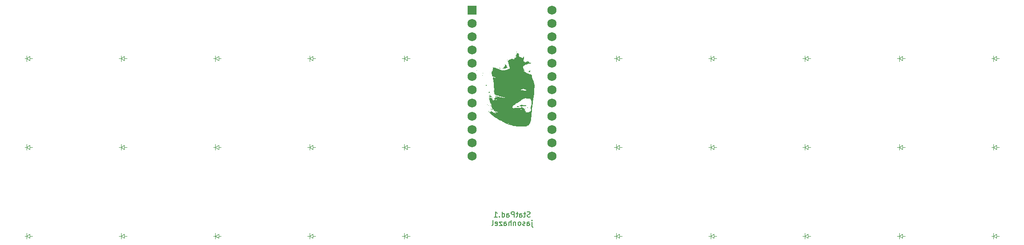
<source format=gbr>
%TF.GenerationSoftware,KiCad,Pcbnew,(6.0.4)*%
%TF.CreationDate,2022-06-28T23:54:07-04:00*%
%TF.ProjectId,satpad,73617470-6164-42e6-9b69-6361645f7063,v1.0.0*%
%TF.SameCoordinates,Original*%
%TF.FileFunction,Legend,Bot*%
%TF.FilePolarity,Positive*%
%FSLAX46Y46*%
G04 Gerber Fmt 4.6, Leading zero omitted, Abs format (unit mm)*
G04 Created by KiCad (PCBNEW (6.0.4)) date 2022-06-28 23:54:07*
%MOMM*%
%LPD*%
G01*
G04 APERTURE LIST*
%ADD10C,0.150000*%
%ADD11C,0.300000*%
%ADD12C,0.100000*%
%ADD13R,1.752600X1.752600*%
%ADD14C,1.752600*%
G04 APERTURE END LIST*
D10*
X95728571Y-799761D02*
X95585714Y-847380D01*
X95347619Y-847380D01*
X95252380Y-799761D01*
X95204761Y-752142D01*
X95157142Y-656904D01*
X95157142Y-561666D01*
X95204761Y-466428D01*
X95252380Y-418809D01*
X95347619Y-371190D01*
X95538095Y-323571D01*
X95633333Y-275952D01*
X95680952Y-228333D01*
X95728571Y-133095D01*
X95728571Y-37857D01*
X95680952Y57380D01*
X95633333Y105000D01*
X95538095Y152619D01*
X95300000Y152619D01*
X95157142Y105000D01*
X94871428Y-180714D02*
X94490476Y-180714D01*
X94728571Y152619D02*
X94728571Y-704523D01*
X94680952Y-799761D01*
X94585714Y-847380D01*
X94490476Y-847380D01*
X93728571Y-847380D02*
X93728571Y-323571D01*
X93776190Y-228333D01*
X93871428Y-180714D01*
X94061904Y-180714D01*
X94157142Y-228333D01*
X93728571Y-799761D02*
X93823809Y-847380D01*
X94061904Y-847380D01*
X94157142Y-799761D01*
X94204761Y-704523D01*
X94204761Y-609285D01*
X94157142Y-514047D01*
X94061904Y-466428D01*
X93823809Y-466428D01*
X93728571Y-418809D01*
X93395238Y-180714D02*
X93014285Y-180714D01*
X93252380Y152619D02*
X93252380Y-704523D01*
X93204761Y-799761D01*
X93109523Y-847380D01*
X93014285Y-847380D01*
X92680952Y-847380D02*
X92680952Y152619D01*
X92300000Y152619D01*
X92204761Y105000D01*
X92157142Y57380D01*
X92109523Y-37857D01*
X92109523Y-180714D01*
X92157142Y-275952D01*
X92204761Y-323571D01*
X92300000Y-371190D01*
X92680952Y-371190D01*
X91252380Y-847380D02*
X91252380Y-323571D01*
X91300000Y-228333D01*
X91395238Y-180714D01*
X91585714Y-180714D01*
X91680952Y-228333D01*
X91252380Y-799761D02*
X91347619Y-847380D01*
X91585714Y-847380D01*
X91680952Y-799761D01*
X91728571Y-704523D01*
X91728571Y-609285D01*
X91680952Y-514047D01*
X91585714Y-466428D01*
X91347619Y-466428D01*
X91252380Y-418809D01*
X90347619Y-847380D02*
X90347619Y152619D01*
X90347619Y-799761D02*
X90442857Y-847380D01*
X90633333Y-847380D01*
X90728571Y-799761D01*
X90776190Y-752142D01*
X90823809Y-656904D01*
X90823809Y-371190D01*
X90776190Y-275952D01*
X90728571Y-228333D01*
X90633333Y-180714D01*
X90442857Y-180714D01*
X90347619Y-228333D01*
X89871428Y-752142D02*
X89823809Y-799761D01*
X89871428Y-847380D01*
X89919047Y-799761D01*
X89871428Y-752142D01*
X89871428Y-847380D01*
X88871428Y-847380D02*
X89442857Y-847380D01*
X89157142Y-847380D02*
X89157142Y152619D01*
X89252380Y9761D01*
X89347619Y-85476D01*
X89442857Y-133095D01*
X96061904Y-1790714D02*
X96061904Y-2647857D01*
X96109523Y-2743095D01*
X96204761Y-2790714D01*
X96252380Y-2790714D01*
X96061904Y-1457380D02*
X96109523Y-1505000D01*
X96061904Y-1552619D01*
X96014285Y-1505000D01*
X96061904Y-1457380D01*
X96061904Y-1552619D01*
X95157142Y-2457380D02*
X95157142Y-1933571D01*
X95204761Y-1838333D01*
X95300000Y-1790714D01*
X95490476Y-1790714D01*
X95585714Y-1838333D01*
X95157142Y-2409761D02*
X95252380Y-2457380D01*
X95490476Y-2457380D01*
X95585714Y-2409761D01*
X95633333Y-2314523D01*
X95633333Y-2219285D01*
X95585714Y-2124047D01*
X95490476Y-2076428D01*
X95252380Y-2076428D01*
X95157142Y-2028809D01*
X94728571Y-2409761D02*
X94633333Y-2457380D01*
X94442857Y-2457380D01*
X94347619Y-2409761D01*
X94300000Y-2314523D01*
X94300000Y-2266904D01*
X94347619Y-2171666D01*
X94442857Y-2124047D01*
X94585714Y-2124047D01*
X94680952Y-2076428D01*
X94728571Y-1981190D01*
X94728571Y-1933571D01*
X94680952Y-1838333D01*
X94585714Y-1790714D01*
X94442857Y-1790714D01*
X94347619Y-1838333D01*
X93728571Y-2457380D02*
X93823809Y-2409761D01*
X93871428Y-2362142D01*
X93919047Y-2266904D01*
X93919047Y-1981190D01*
X93871428Y-1885952D01*
X93823809Y-1838333D01*
X93728571Y-1790714D01*
X93585714Y-1790714D01*
X93490476Y-1838333D01*
X93442857Y-1885952D01*
X93395238Y-1981190D01*
X93395238Y-2266904D01*
X93442857Y-2362142D01*
X93490476Y-2409761D01*
X93585714Y-2457380D01*
X93728571Y-2457380D01*
X92966666Y-1790714D02*
X92966666Y-2457380D01*
X92966666Y-1885952D02*
X92919047Y-1838333D01*
X92823809Y-1790714D01*
X92680952Y-1790714D01*
X92585714Y-1838333D01*
X92538095Y-1933571D01*
X92538095Y-2457380D01*
X92061904Y-2457380D02*
X92061904Y-1457380D01*
X91633333Y-2457380D02*
X91633333Y-1933571D01*
X91680952Y-1838333D01*
X91776190Y-1790714D01*
X91919047Y-1790714D01*
X92014285Y-1838333D01*
X92061904Y-1885952D01*
X90728571Y-2457380D02*
X90728571Y-1933571D01*
X90776190Y-1838333D01*
X90871428Y-1790714D01*
X91061904Y-1790714D01*
X91157142Y-1838333D01*
X90728571Y-2409761D02*
X90823809Y-2457380D01*
X91061904Y-2457380D01*
X91157142Y-2409761D01*
X91204761Y-2314523D01*
X91204761Y-2219285D01*
X91157142Y-2124047D01*
X91061904Y-2076428D01*
X90823809Y-2076428D01*
X90728571Y-2028809D01*
X90347619Y-1790714D02*
X89823809Y-1790714D01*
X90347619Y-2457380D01*
X89823809Y-2457380D01*
X89061904Y-2409761D02*
X89157142Y-2457380D01*
X89347619Y-2457380D01*
X89442857Y-2409761D01*
X89490476Y-2314523D01*
X89490476Y-1933571D01*
X89442857Y-1838333D01*
X89347619Y-1790714D01*
X89157142Y-1790714D01*
X89061904Y-1838333D01*
X89014285Y-1933571D01*
X89014285Y-2028809D01*
X89490476Y-2124047D01*
X88442857Y-2457380D02*
X88538095Y-2409761D01*
X88585714Y-2314523D01*
X88585714Y-1457380D01*
D11*
%TO.C,G\u002A\u002A\u002A*%
X92942571Y24562000D02*
X93087714Y24634571D01*
X93305428Y24634571D01*
X93523142Y24562000D01*
X93668285Y24416857D01*
X93740857Y24271714D01*
X93813428Y23981428D01*
X93813428Y23763714D01*
X93740857Y23473428D01*
X93668285Y23328285D01*
X93523142Y23183142D01*
X93305428Y23110571D01*
X93160285Y23110571D01*
X92942571Y23183142D01*
X92870000Y23255714D01*
X92870000Y23763714D01*
X93160285Y23763714D01*
X91999142Y24634571D02*
X91999142Y24271714D01*
X92362000Y24416857D02*
X91999142Y24271714D01*
X91636285Y24416857D01*
X92216857Y23981428D02*
X91999142Y24271714D01*
X91781428Y23981428D01*
X90838000Y24634571D02*
X90838000Y24271714D01*
X91200857Y24416857D02*
X90838000Y24271714D01*
X90475142Y24416857D01*
X91055714Y23981428D02*
X90838000Y24271714D01*
X90620285Y23981428D01*
X89676857Y24634571D02*
X89676857Y24271714D01*
X90039714Y24416857D02*
X89676857Y24271714D01*
X89314000Y24416857D01*
X89894571Y23981428D02*
X89676857Y24271714D01*
X89459142Y23981428D01*
G36*
X93531158Y30318538D02*
G01*
X93580473Y30280000D01*
X93609440Y30271612D01*
X93615785Y30260000D01*
X93637463Y30220325D01*
X93631567Y30180000D01*
X93627617Y30152979D01*
X93580000Y30105535D01*
X93531119Y30069731D01*
X93526901Y30022669D01*
X93565056Y30006380D01*
X93580000Y30000000D01*
X93618245Y29981635D01*
X93635708Y29920000D01*
X93640000Y29904853D01*
X93661403Y29841571D01*
X93737415Y29771009D01*
X93814091Y29740000D01*
X93840087Y29729487D01*
X93939282Y29734190D01*
X93973624Y29739050D01*
X93994816Y29706667D01*
X94000000Y29698745D01*
X94023279Y29660000D01*
X94024474Y29658011D01*
X94116667Y29640000D01*
X94202564Y29625927D01*
X94250949Y29590000D01*
X94256516Y29582307D01*
X94270276Y29591894D01*
X94368226Y29591894D01*
X94371574Y29540000D01*
X94373509Y29510000D01*
X94387399Y29503215D01*
X94393685Y29560000D01*
X94388109Y29615025D01*
X94373509Y29610000D01*
X94368226Y29591894D01*
X94270276Y29591894D01*
X94286998Y29603545D01*
X94328086Y29680000D01*
X94335183Y29696104D01*
X94392449Y29800712D01*
X94448208Y29870254D01*
X94470815Y29884293D01*
X94490175Y29873357D01*
X94500586Y29818768D01*
X94503969Y29708432D01*
X94502536Y29560000D01*
X94502249Y29530254D01*
X94500305Y29460000D01*
X94500077Y29451744D01*
X94490136Y29300000D01*
X94488338Y29272550D01*
X94475823Y29178788D01*
X94469493Y29131367D01*
X94460526Y29100000D01*
X94450996Y29066667D01*
X94445995Y29049174D01*
X94437077Y29020000D01*
X94416650Y28953171D01*
X94446148Y28896912D01*
X94527674Y28893597D01*
X94582370Y28896828D01*
X94582872Y28880000D01*
X94583618Y28855004D01*
X94577394Y28827063D01*
X94598832Y28819278D01*
X94639116Y28823194D01*
X94715441Y28793565D01*
X94745891Y28780000D01*
X94757696Y28774741D01*
X94820267Y28775135D01*
X94912824Y28805934D01*
X95018245Y28854636D01*
X95167076Y28854636D01*
X95200000Y28840000D01*
X95221176Y28842887D01*
X95226667Y28866667D01*
X95220804Y28871454D01*
X95173334Y28866667D01*
X95167076Y28854636D01*
X95018245Y28854636D01*
X95055156Y28871688D01*
X95087345Y28887016D01*
X95244280Y28949030D01*
X95358526Y28971738D01*
X95421429Y28954550D01*
X95424336Y28896876D01*
X95420811Y28869073D01*
X95448808Y28866667D01*
X95460363Y28865674D01*
X95499295Y28858254D01*
X95537938Y28797189D01*
X95543549Y28769564D01*
X95549553Y28740000D01*
X95557164Y28702528D01*
X95556948Y28700000D01*
X95550694Y28626667D01*
X95548424Y28600053D01*
X95545235Y28586667D01*
X95543243Y28578307D01*
X95548024Y28546667D01*
X95548786Y28541628D01*
X95603927Y28562102D01*
X95648309Y28596934D01*
X95659647Y28620000D01*
X95720000Y28620000D01*
X95740000Y28600000D01*
X95760000Y28620000D01*
X95740000Y28640000D01*
X95720000Y28620000D01*
X95659647Y28620000D01*
X95680000Y28661408D01*
X95683428Y28689257D01*
X95723216Y28718315D01*
X95815996Y28696002D01*
X95817396Y28695459D01*
X95856935Y28660154D01*
X95844555Y28620000D01*
X95836200Y28592900D01*
X95799453Y28548967D01*
X95734855Y28536440D01*
X95706947Y28543002D01*
X95697812Y28523542D01*
X95699541Y28518540D01*
X95667399Y28496819D01*
X95582754Y28488000D01*
X95528114Y28486935D01*
X95323436Y28460000D01*
X95218616Y28446206D01*
X94926299Y28354127D01*
X94904562Y28344360D01*
X94825177Y28300000D01*
X94769121Y28268676D01*
X94727749Y28240000D01*
X94641184Y28180000D01*
X94625579Y28169184D01*
X94493445Y28061550D01*
X94491878Y28060000D01*
X94436264Y28004994D01*
X94392226Y27961437D01*
X94364866Y27920000D01*
X94341432Y27884510D01*
X94339322Y27834536D01*
X94362166Y27740000D01*
X94367309Y27718716D01*
X94422043Y27580000D01*
X94424435Y27573937D01*
X94460353Y27503334D01*
X94501390Y27422667D01*
X94503114Y27420000D01*
X94528977Y27380000D01*
X94588865Y27287373D01*
X94612561Y27254629D01*
X94634282Y27220000D01*
X94660890Y27177581D01*
X94672917Y27139584D01*
X94668438Y27137537D01*
X94610222Y27139612D01*
X94512021Y27157289D01*
X94474073Y27165095D01*
X94394329Y27170349D01*
X94393994Y27169564D01*
X94384220Y27146667D01*
X94383885Y27145882D01*
X94433992Y27100000D01*
X94440088Y27094418D01*
X94560280Y27018683D01*
X94694664Y26946667D01*
X94741809Y26921402D01*
X94826742Y26877213D01*
X94845569Y26866667D01*
X94928880Y26820000D01*
X94956956Y26804273D01*
X94994949Y26780000D01*
X95046618Y26746989D01*
X95080000Y26714962D01*
X95086732Y26698921D01*
X95140000Y26680000D01*
X95167640Y26675207D01*
X95200000Y26637640D01*
X95202368Y26624249D01*
X95237092Y26618203D01*
X95268671Y26620648D01*
X95359005Y26601353D01*
X95421597Y26580000D01*
X95478572Y26560563D01*
X95516434Y26546667D01*
X95559678Y26530796D01*
X95680818Y26494265D01*
X95707400Y26489564D01*
X95761481Y26480000D01*
X95806588Y26472261D01*
X95818421Y26460000D01*
X95840000Y26437640D01*
X95843141Y26423172D01*
X95880000Y26420001D01*
X95902934Y26421083D01*
X95920613Y26372361D01*
X95920713Y26364913D01*
X95928845Y26324494D01*
X95958461Y26358879D01*
X95961960Y26364280D01*
X95987294Y26389988D01*
X96008430Y26375026D01*
X96028514Y26309671D01*
X96047896Y26200000D01*
X96050688Y26184202D01*
X96056891Y26140000D01*
X96074793Y26012433D01*
X96078096Y25988895D01*
X96079535Y25978330D01*
X96081131Y25969564D01*
X96100475Y25863334D01*
X96111316Y25803795D01*
X96122726Y25760000D01*
X96153732Y25640985D01*
X96198018Y25523887D01*
X96237401Y25440000D01*
X96280137Y25348969D01*
X96368583Y25120000D01*
X96404971Y25025797D01*
X96424308Y24960000D01*
X96453698Y24860000D01*
X96498296Y24708254D01*
X96498814Y24706077D01*
X96517526Y24608518D01*
X96529731Y24493396D01*
X96535653Y24348260D01*
X96535514Y24160657D01*
X96529535Y23918139D01*
X96527609Y23866667D01*
X96526112Y23826667D01*
X96522869Y23740000D01*
X96520982Y23689564D01*
X96519876Y23660000D01*
X96518379Y23620000D01*
X96517939Y23608254D01*
X96514892Y23540000D01*
X96510428Y23440000D01*
X96508515Y23397146D01*
X96500489Y23260000D01*
X96498148Y23220000D01*
X96492296Y23120000D01*
X96488784Y23060000D01*
X96485717Y23007598D01*
X96482771Y22973004D01*
X96479961Y22940000D01*
X96468041Y22800000D01*
X96456056Y22659235D01*
X96451419Y22620000D01*
X96446691Y22580000D01*
X96438023Y22506667D01*
X96433295Y22466667D01*
X96423052Y22380000D01*
X96416661Y22325932D01*
X96412745Y22300000D01*
X96407711Y22266667D01*
X96401671Y22226667D01*
X96385564Y22120000D01*
X96374716Y22048158D01*
X96367444Y22000000D01*
X96364660Y21981563D01*
X96357310Y21940000D01*
X96351415Y21906667D01*
X96300717Y21620000D01*
X96297180Y21600000D01*
X96284173Y21520000D01*
X96271165Y21440000D01*
X96251654Y21320000D01*
X96228892Y21180000D01*
X96202877Y21020000D01*
X96189918Y20940295D01*
X96136263Y20440000D01*
X96129828Y20380000D01*
X96110524Y20200000D01*
X96080494Y19920000D01*
X96075784Y19860000D01*
X96068958Y19773046D01*
X96062853Y19700000D01*
X96040653Y19434386D01*
X96025173Y19260000D01*
X96018072Y19180000D01*
X96010970Y19100000D01*
X96008168Y19068434D01*
X96003547Y19018843D01*
X95996201Y18940000D01*
X95991718Y18891892D01*
X95988746Y18860000D01*
X95985019Y18820000D01*
X95984838Y18818058D01*
X95977565Y18740000D01*
X95973521Y18696605D01*
X95972711Y18688306D01*
X95966041Y18620000D01*
X95946512Y18420000D01*
X95938731Y18340313D01*
X95938699Y18340000D01*
X95924026Y18197640D01*
X95913963Y18100000D01*
X95910527Y18066667D01*
X95905818Y18020974D01*
X95892368Y17900000D01*
X95876802Y17760000D01*
X95873211Y17731332D01*
X95869726Y17703504D01*
X95869085Y17700000D01*
X95858109Y17640000D01*
X95831693Y17495599D01*
X95820212Y17460000D01*
X95787960Y17360000D01*
X95771159Y17307907D01*
X95762769Y17289564D01*
X95697406Y17146667D01*
X95675313Y17098368D01*
X95645486Y17039635D01*
X95625989Y17004395D01*
X95624999Y17002605D01*
X95590362Y16940000D01*
X95568231Y16900000D01*
X95565897Y16895781D01*
X95510535Y16820000D01*
X95494580Y16798160D01*
X95481772Y16786667D01*
X95435582Y16745219D01*
X95414120Y16725960D01*
X95309682Y16660000D01*
X95307098Y16658368D01*
X95250097Y16626667D01*
X95218147Y16608898D01*
X95083076Y16538434D01*
X94980212Y16490150D01*
X94946702Y16480421D01*
X94821233Y16464570D01*
X94634299Y16455902D01*
X94398364Y16454126D01*
X94125895Y16458948D01*
X93829358Y16470078D01*
X93521219Y16487223D01*
X93213944Y16510092D01*
X92920000Y16538393D01*
X92739952Y16558371D01*
X92522379Y16584296D01*
X92370286Y16605959D01*
X92327502Y16614636D01*
X92567076Y16614636D01*
X92600000Y16600000D01*
X92621176Y16602887D01*
X92626667Y16626667D01*
X92620804Y16631454D01*
X92573334Y16626667D01*
X92567076Y16614636D01*
X92327502Y16614636D01*
X92275074Y16625269D01*
X92228142Y16644132D01*
X92224394Y16654636D01*
X92727076Y16654636D01*
X92760000Y16640000D01*
X92781176Y16642887D01*
X92785128Y16660000D01*
X92920000Y16660000D01*
X92940000Y16640000D01*
X92960000Y16660000D01*
X95080000Y16660000D01*
X95100000Y16640000D01*
X95120000Y16660000D01*
X95100000Y16680000D01*
X95080000Y16660000D01*
X92960000Y16660000D01*
X92940000Y16680000D01*
X92920000Y16660000D01*
X92785128Y16660000D01*
X92786667Y16666667D01*
X92780804Y16671454D01*
X92733334Y16666667D01*
X92727076Y16654636D01*
X92224394Y16654636D01*
X92220890Y16664455D01*
X92244715Y16688147D01*
X92248639Y16690968D01*
X92261390Y16704167D01*
X92490834Y16704167D01*
X92491453Y16690513D01*
X92543334Y16683158D01*
X92582652Y16689564D01*
X92573749Y16700000D01*
X94880000Y16700000D01*
X94900000Y16680000D01*
X94920000Y16700000D01*
X94900000Y16720000D01*
X94880000Y16700000D01*
X92573749Y16700000D01*
X92567500Y16707325D01*
X92544369Y16713716D01*
X92490834Y16704167D01*
X92261390Y16704167D01*
X92270394Y16713488D01*
X92222337Y16702089D01*
X92151563Y16698997D01*
X92021647Y16722805D01*
X91979504Y16734636D01*
X92327076Y16734636D01*
X92360000Y16720000D01*
X92381176Y16722887D01*
X92384247Y16736187D01*
X95213334Y16736187D01*
X95213649Y16712456D01*
X95214830Y16700000D01*
X95216667Y16680613D01*
X95224665Y16684971D01*
X95273354Y16715046D01*
X95305627Y16745219D01*
X95270021Y16770620D01*
X95241082Y16774354D01*
X95220953Y16746667D01*
X95213334Y16736187D01*
X92384247Y16736187D01*
X92386667Y16746667D01*
X92380804Y16751454D01*
X92333334Y16746667D01*
X92327076Y16734636D01*
X91979504Y16734636D01*
X91850297Y16770909D01*
X91839187Y16774636D01*
X92567076Y16774636D01*
X92600000Y16760000D01*
X92621176Y16762887D01*
X92623889Y16774636D01*
X95367076Y16774636D01*
X95400000Y16760000D01*
X95421176Y16762887D01*
X95426667Y16786667D01*
X95420804Y16791454D01*
X95373334Y16786667D01*
X95367076Y16774636D01*
X92623889Y16774636D01*
X92626667Y16786667D01*
X92620804Y16791454D01*
X92573334Y16786667D01*
X92567076Y16774636D01*
X91839187Y16774636D01*
X91703960Y16820000D01*
X91960000Y16820000D01*
X91980000Y16800000D01*
X92000000Y16820000D01*
X92280000Y16820000D01*
X92300000Y16800000D01*
X92320000Y16820000D01*
X95280000Y16820000D01*
X95300000Y16800000D01*
X95320000Y16820000D01*
X95300000Y16840000D01*
X95280000Y16820000D01*
X92320000Y16820000D01*
X92300000Y16840000D01*
X92280000Y16820000D01*
X92000000Y16820000D01*
X91980000Y16840000D01*
X91960000Y16820000D01*
X91703960Y16820000D01*
X91649248Y16838354D01*
X91484263Y16900000D01*
X91640000Y16900000D01*
X91660000Y16880000D01*
X91680000Y16900000D01*
X91660000Y16920000D01*
X91640000Y16900000D01*
X91484263Y16900000D01*
X91430236Y16920187D01*
X91381339Y16940000D01*
X91520000Y16940000D01*
X91540000Y16920000D01*
X91560000Y16940000D01*
X91540000Y16960000D01*
X91520000Y16940000D01*
X91381339Y16940000D01*
X91204994Y17011455D01*
X91053667Y17077396D01*
X91329808Y17077396D01*
X91340000Y17040000D01*
X91348218Y17028160D01*
X91384722Y17000000D01*
X91390193Y17002605D01*
X91380000Y17040000D01*
X91371783Y17051841D01*
X91335279Y17080000D01*
X91329808Y17077396D01*
X91053667Y17077396D01*
X91001793Y17100000D01*
X91200000Y17100000D01*
X91220000Y17080000D01*
X91240000Y17100000D01*
X91220000Y17120000D01*
X91200000Y17100000D01*
X91001793Y17100000D01*
X90985258Y17107205D01*
X90950970Y17123338D01*
X91380000Y17123338D01*
X91418735Y17100000D01*
X91480000Y17063087D01*
X91528372Y17036178D01*
X91601419Y17005752D01*
X91636963Y17004395D01*
X91618000Y17035505D01*
X91571078Y17063991D01*
X91480000Y17097173D01*
X91380000Y17123338D01*
X90950970Y17123338D01*
X90926958Y17134636D01*
X91567076Y17134636D01*
X91600000Y17120000D01*
X91621176Y17122887D01*
X91626667Y17146667D01*
X91620804Y17151454D01*
X91573334Y17146667D01*
X91567076Y17134636D01*
X90926958Y17134636D01*
X90782763Y17202483D01*
X90609243Y17292336D01*
X90589472Y17304167D01*
X90770834Y17304167D01*
X90771453Y17290513D01*
X90823334Y17283158D01*
X90862652Y17289564D01*
X90847500Y17307325D01*
X90824369Y17313716D01*
X90770834Y17304167D01*
X90589472Y17304167D01*
X90476432Y17371810D01*
X90396067Y17435952D01*
X90392545Y17445495D01*
X90513194Y17445495D01*
X90523334Y17425419D01*
X90560906Y17403044D01*
X90640000Y17363212D01*
X90698084Y17336367D01*
X90711529Y17336439D01*
X90662355Y17377794D01*
X90657652Y17380804D01*
X95688547Y17380804D01*
X95693021Y17336439D01*
X95693334Y17333334D01*
X95705365Y17327076D01*
X95720000Y17360000D01*
X95717114Y17381176D01*
X95693334Y17386667D01*
X95688547Y17380804D01*
X90657652Y17380804D01*
X90608818Y17412058D01*
X90549915Y17438224D01*
X90513194Y17445495D01*
X90392545Y17445495D01*
X90387192Y17460000D01*
X90680000Y17460000D01*
X90700000Y17440000D01*
X90720000Y17460000D01*
X95600000Y17460000D01*
X95620000Y17440000D01*
X95640000Y17460000D01*
X95620000Y17480000D01*
X95600000Y17460000D01*
X90720000Y17460000D01*
X90700000Y17480000D01*
X90680000Y17460000D01*
X90387192Y17460000D01*
X90379882Y17479808D01*
X90372607Y17495521D01*
X90313801Y17489969D01*
X90308983Y17488731D01*
X90253065Y17484330D01*
X90259926Y17519880D01*
X90273000Y17547957D01*
X90248638Y17545339D01*
X90200503Y17546900D01*
X90097052Y17584641D01*
X90024752Y17620000D01*
X90160000Y17620000D01*
X90180000Y17600000D01*
X90200000Y17620000D01*
X90180000Y17640000D01*
X90320000Y17640000D01*
X90321628Y17629037D01*
X90334305Y17620000D01*
X90362361Y17600000D01*
X90376829Y17603141D01*
X90380000Y17640000D01*
X90371791Y17651971D01*
X90337640Y17680000D01*
X90333648Y17678961D01*
X90320000Y17640000D01*
X90180000Y17640000D01*
X90160000Y17620000D01*
X90024752Y17620000D01*
X89956522Y17653369D01*
X89874390Y17700000D01*
X90080000Y17700000D01*
X90100000Y17680000D01*
X90120000Y17700000D01*
X90100000Y17720000D01*
X90080000Y17700000D01*
X89874390Y17700000D01*
X89813385Y17734636D01*
X89967076Y17734636D01*
X90000000Y17720000D01*
X90021176Y17722887D01*
X90025128Y17740000D01*
X90200000Y17740000D01*
X90220000Y17720000D01*
X90240000Y17740000D01*
X90220000Y17760000D01*
X90200000Y17740000D01*
X90025128Y17740000D01*
X90026667Y17746667D01*
X90020804Y17751454D01*
X89973334Y17746667D01*
X89967076Y17734636D01*
X89813385Y17734636D01*
X89794283Y17745481D01*
X89721172Y17792275D01*
X90298942Y17792275D01*
X90299294Y17774260D01*
X90348275Y17742572D01*
X90355131Y17740000D01*
X90355864Y17739725D01*
X90395945Y17731332D01*
X90370667Y17764964D01*
X90341256Y17787789D01*
X90298942Y17792275D01*
X89721172Y17792275D01*
X89625704Y17853379D01*
X89565376Y17892133D01*
X89551748Y17900000D01*
X89720000Y17900000D01*
X89740000Y17880000D01*
X89760000Y17900000D01*
X89740000Y17920000D01*
X89720000Y17900000D01*
X89551748Y17900000D01*
X89416133Y17978283D01*
X89265616Y18055611D01*
X89257951Y18060000D01*
X89440000Y18060000D01*
X89460000Y18040000D01*
X89474636Y18054636D01*
X89647076Y18054636D01*
X89680000Y18040000D01*
X89701176Y18042887D01*
X89706667Y18066667D01*
X89700804Y18071454D01*
X89653334Y18066667D01*
X89649866Y18060000D01*
X89647076Y18054636D01*
X89474636Y18054636D01*
X89480000Y18060000D01*
X89460000Y18080000D01*
X89440000Y18060000D01*
X89257951Y18060000D01*
X89188098Y18100000D01*
X89520000Y18100000D01*
X89540000Y18080000D01*
X89560000Y18100000D01*
X89540000Y18120000D01*
X89520000Y18100000D01*
X89188098Y18100000D01*
X89144527Y18124950D01*
X88988597Y18236015D01*
X88956573Y18263369D01*
X89061943Y18263369D01*
X89064738Y18222078D01*
X89077650Y18193002D01*
X89107146Y18161296D01*
X89120000Y18197640D01*
X89118579Y18208504D01*
X89080459Y18259717D01*
X89061943Y18263369D01*
X88956573Y18263369D01*
X88866858Y18340000D01*
X88960000Y18340000D01*
X88980000Y18320000D01*
X89000000Y18340000D01*
X89080000Y18340000D01*
X89100000Y18320000D01*
X89120000Y18340000D01*
X89100000Y18360000D01*
X89080000Y18340000D01*
X89000000Y18340000D01*
X88980000Y18360000D01*
X88960000Y18340000D01*
X88866858Y18340000D01*
X88847561Y18356483D01*
X88834173Y18369251D01*
X88778289Y18420000D01*
X88920000Y18420000D01*
X88940000Y18400000D01*
X88960000Y18420000D01*
X95840000Y18420000D01*
X95860000Y18400000D01*
X95880000Y18420000D01*
X95860000Y18440000D01*
X95840000Y18420000D01*
X88960000Y18420000D01*
X88940000Y18440000D01*
X88920000Y18420000D01*
X88778289Y18420000D01*
X88727814Y18465837D01*
X88643760Y18534113D01*
X88599194Y18560000D01*
X88574007Y18571336D01*
X88510435Y18620000D01*
X88760000Y18620000D01*
X88780000Y18600000D01*
X88800000Y18620000D01*
X88780000Y18640000D01*
X88760000Y18620000D01*
X88510435Y18620000D01*
X88502916Y18625756D01*
X88422358Y18700000D01*
X88480000Y18700000D01*
X88500000Y18680000D01*
X88520000Y18700000D01*
X88500000Y18720000D01*
X88480000Y18700000D01*
X88422358Y18700000D01*
X88411508Y18710000D01*
X88368275Y18751695D01*
X88567984Y18751695D01*
X88600000Y18720000D01*
X88634265Y18701142D01*
X88638034Y18700000D01*
X88700000Y18681226D01*
X88712017Y18688306D01*
X88680000Y18720000D01*
X88645736Y18738859D01*
X88641970Y18740000D01*
X88760000Y18740000D01*
X88780000Y18720000D01*
X88800000Y18740000D01*
X88780000Y18760000D01*
X88760000Y18740000D01*
X88641970Y18740000D01*
X88580000Y18758775D01*
X88567984Y18751695D01*
X88368275Y18751695D01*
X88343362Y18775721D01*
X89040000Y18775721D01*
X89051087Y18760819D01*
X89096935Y18766384D01*
X89139717Y18799542D01*
X89143369Y18818058D01*
X89102078Y18815263D01*
X89071377Y18801411D01*
X89040000Y18775721D01*
X88343362Y18775721D01*
X88308683Y18809166D01*
X88297116Y18820000D01*
X88400000Y18820000D01*
X88420000Y18800000D01*
X88440000Y18820000D01*
X88420000Y18840000D01*
X88400000Y18820000D01*
X88297116Y18820000D01*
X88254409Y18860000D01*
X89400000Y18860000D01*
X89420000Y18840000D01*
X89440000Y18860000D01*
X89420000Y18880000D01*
X89400000Y18860000D01*
X88254409Y18860000D01*
X88211702Y18900000D01*
X88440000Y18900000D01*
X88460000Y18880000D01*
X88472602Y18892602D01*
X89103215Y18892602D01*
X89160000Y18886316D01*
X89215025Y18891892D01*
X89210000Y18906492D01*
X89191894Y18911775D01*
X89110000Y18906492D01*
X89106829Y18900000D01*
X89103215Y18892602D01*
X88472602Y18892602D01*
X88480000Y18900000D01*
X88460000Y18920000D01*
X88440000Y18900000D01*
X88211702Y18900000D01*
X88170871Y18938243D01*
X88168949Y18940000D01*
X88360000Y18940000D01*
X88380000Y18920000D01*
X88400000Y18940000D01*
X88380000Y18960000D01*
X88360000Y18940000D01*
X88168949Y18940000D01*
X88084018Y19017640D01*
X88160000Y19017640D01*
X88160390Y19012048D01*
X88183544Y19003239D01*
X88197136Y19017731D01*
X88292845Y19017731D01*
X88300000Y19001226D01*
X88327080Y19006153D01*
X88400000Y19040000D01*
X88427156Y19062270D01*
X88420000Y19078775D01*
X88392921Y19073848D01*
X88381475Y19068535D01*
X88320000Y19040000D01*
X88292845Y19017731D01*
X88197136Y19017731D01*
X88223820Y19046181D01*
X88233553Y19068535D01*
X88206181Y19063820D01*
X88188412Y19051472D01*
X88160000Y19017640D01*
X88084018Y19017640D01*
X88033528Y19063796D01*
X88021367Y19074827D01*
X87891159Y19207184D01*
X87823837Y19300000D01*
X87840000Y19300000D01*
X87860000Y19280000D01*
X87880000Y19300000D01*
X87860000Y19320000D01*
X87840000Y19300000D01*
X87823837Y19300000D01*
X87810975Y19317733D01*
X87785645Y19397973D01*
X87820000Y19439408D01*
X87823797Y19439973D01*
X87868851Y19409196D01*
X87920000Y19331344D01*
X87938229Y19300000D01*
X87967655Y19249405D01*
X88038464Y19157167D01*
X88103227Y19098680D01*
X88145146Y19091813D01*
X88147041Y19129949D01*
X88145286Y19134636D01*
X88207076Y19134636D01*
X88240000Y19120000D01*
X88261176Y19122887D01*
X88266667Y19146667D01*
X88260804Y19151454D01*
X88213334Y19146667D01*
X88207076Y19134636D01*
X88145286Y19134636D01*
X88127996Y19180804D01*
X88328547Y19180804D01*
X88331989Y19146667D01*
X88333334Y19133334D01*
X88345365Y19127076D01*
X88360000Y19160000D01*
X88357584Y19177731D01*
X88452845Y19177731D01*
X88460000Y19161226D01*
X88487080Y19166153D01*
X88560000Y19200000D01*
X88587156Y19222270D01*
X88580000Y19238775D01*
X88552921Y19233848D01*
X88480000Y19200000D01*
X88452845Y19177731D01*
X88357584Y19177731D01*
X88357114Y19181176D01*
X88333334Y19186667D01*
X88328547Y19180804D01*
X88127996Y19180804D01*
X88118345Y19206575D01*
X88100317Y19242684D01*
X88090898Y19274774D01*
X88123104Y19250000D01*
X88123764Y19249378D01*
X88194919Y19202882D01*
X88230248Y19227145D01*
X88228763Y19260000D01*
X88320000Y19260000D01*
X88340000Y19240000D01*
X88360000Y19260000D01*
X88340000Y19280000D01*
X88320000Y19260000D01*
X88228763Y19260000D01*
X88226066Y19319674D01*
X88215638Y19383195D01*
X88225277Y19417774D01*
X88271066Y19401497D01*
X88303975Y19384786D01*
X88405725Y19337829D01*
X88530000Y19284072D01*
X88582541Y19260000D01*
X88599806Y19252090D01*
X88650990Y19222270D01*
X88686238Y19201734D01*
X88720000Y19165428D01*
X88720438Y19162125D01*
X88723003Y19160000D01*
X88761809Y19127847D01*
X88850000Y19098560D01*
X88852192Y19098087D01*
X88956773Y19067319D01*
X88967038Y19062270D01*
X89027582Y19032491D01*
X89088441Y19010259D01*
X89187582Y19007259D01*
X89247947Y19016075D01*
X89264480Y19032070D01*
X89257608Y19038284D01*
X89330869Y19038284D01*
X89333720Y18993181D01*
X89358947Y18960000D01*
X89373689Y18966730D01*
X89384286Y19018843D01*
X89369491Y19077064D01*
X89346245Y19093851D01*
X89330869Y19038284D01*
X89257608Y19038284D01*
X89225908Y19066951D01*
X89176055Y19100000D01*
X89640000Y19100000D01*
X89660000Y19080000D01*
X89680000Y19100000D01*
X94960000Y19100000D01*
X94980000Y19080000D01*
X95000000Y19100000D01*
X95800000Y19100000D01*
X95820000Y19080000D01*
X95840000Y19100000D01*
X95820000Y19120000D01*
X95800000Y19100000D01*
X95000000Y19100000D01*
X94980000Y19120000D01*
X94960000Y19100000D01*
X89680000Y19100000D01*
X89660000Y19120000D01*
X89640000Y19100000D01*
X89176055Y19100000D01*
X89126221Y19133037D01*
X89115921Y19140000D01*
X89240000Y19140000D01*
X89260000Y19120000D01*
X89280000Y19140000D01*
X94880000Y19140000D01*
X94900000Y19120000D01*
X94914636Y19134636D01*
X95487076Y19134636D01*
X95520000Y19120000D01*
X95541176Y19122887D01*
X95545128Y19140000D01*
X95680000Y19140000D01*
X95700000Y19120000D01*
X95720000Y19140000D01*
X95700000Y19160000D01*
X95680000Y19140000D01*
X95545128Y19140000D01*
X95546667Y19146667D01*
X95540804Y19151454D01*
X95493334Y19146667D01*
X95489866Y19140000D01*
X95487076Y19134636D01*
X94914636Y19134636D01*
X94920000Y19140000D01*
X94900000Y19160000D01*
X94880000Y19140000D01*
X89280000Y19140000D01*
X89260000Y19160000D01*
X89240000Y19140000D01*
X89115921Y19140000D01*
X89060982Y19177138D01*
X88988791Y19232443D01*
X88966603Y19259937D01*
X88970464Y19261095D01*
X89027752Y19256097D01*
X89134121Y19238570D01*
X89266300Y19212958D01*
X89401017Y19183703D01*
X89515001Y19155248D01*
X89540224Y19152866D01*
X89573573Y19174636D01*
X89687076Y19174636D01*
X89720000Y19160000D01*
X89741176Y19162887D01*
X89746667Y19186667D01*
X89740804Y19191454D01*
X89693334Y19186667D01*
X89687076Y19174636D01*
X89573573Y19174636D01*
X89585893Y19182678D01*
X89578290Y19199927D01*
X89511665Y19237605D01*
X89375603Y19289019D01*
X89278078Y19320000D01*
X89540000Y19320000D01*
X89548175Y19309191D01*
X89604722Y19280000D01*
X89618172Y19283082D01*
X89619010Y19300000D01*
X89720000Y19300000D01*
X89740000Y19280000D01*
X89760000Y19300000D01*
X89740000Y19320000D01*
X89720000Y19300000D01*
X89619010Y19300000D01*
X89620000Y19320000D01*
X89611826Y19330810D01*
X89555279Y19360000D01*
X89541829Y19356919D01*
X89540000Y19320000D01*
X89278078Y19320000D01*
X89167186Y19355227D01*
X89100087Y19374636D01*
X89647076Y19374636D01*
X89680000Y19360000D01*
X89701176Y19362887D01*
X89706667Y19386667D01*
X89700804Y19391454D01*
X89653334Y19386667D01*
X89647076Y19374636D01*
X89100087Y19374636D01*
X88943258Y19420000D01*
X94600000Y19420000D01*
X94620000Y19400000D01*
X94640000Y19420000D01*
X94620000Y19440000D01*
X94600000Y19420000D01*
X88943258Y19420000D01*
X88883495Y19437287D01*
X88839612Y19460000D01*
X89080000Y19460000D01*
X89100000Y19440000D01*
X89120000Y19460000D01*
X89100000Y19480000D01*
X89080000Y19460000D01*
X88839612Y19460000D01*
X88819400Y19470461D01*
X88802843Y19494636D01*
X88927076Y19494636D01*
X88960000Y19480000D01*
X88981176Y19482887D01*
X88983889Y19494636D01*
X94207076Y19494636D01*
X94240000Y19480000D01*
X94261176Y19482887D01*
X94265128Y19500000D01*
X94360000Y19500000D01*
X94380000Y19480000D01*
X94400000Y19500000D01*
X94380000Y19520000D01*
X94360000Y19500000D01*
X94265128Y19500000D01*
X94266667Y19506667D01*
X94260804Y19511454D01*
X94213334Y19506667D01*
X94207076Y19494636D01*
X88983889Y19494636D01*
X88986667Y19506667D01*
X88980804Y19511454D01*
X88933334Y19506667D01*
X88927076Y19494636D01*
X88802843Y19494636D01*
X88777007Y19532359D01*
X88777139Y19566426D01*
X88800748Y19579539D01*
X88813129Y19574903D01*
X88858872Y19598175D01*
X88851735Y19620804D01*
X93968547Y19620804D01*
X93973334Y19573334D01*
X93985365Y19567076D01*
X93998842Y19597396D01*
X94089808Y19597396D01*
X94100000Y19560000D01*
X94108218Y19548160D01*
X94144722Y19520000D01*
X94150193Y19522605D01*
X94140000Y19560000D01*
X94131783Y19571841D01*
X94095279Y19600000D01*
X94089808Y19597396D01*
X93998842Y19597396D01*
X94000000Y19600000D01*
X93997274Y19620000D01*
X94200000Y19620000D01*
X94220000Y19600000D01*
X94222361Y19602361D01*
X94440000Y19602361D01*
X94444130Y19580207D01*
X94484559Y19539665D01*
X94491579Y19540804D01*
X94608547Y19540804D01*
X94610382Y19522605D01*
X94612662Y19500000D01*
X94613334Y19493334D01*
X94625365Y19487076D01*
X94640000Y19520000D01*
X94637114Y19541176D01*
X94613334Y19546667D01*
X94608547Y19540804D01*
X94491579Y19540804D01*
X94534421Y19547755D01*
X94545281Y19560209D01*
X94555166Y19615435D01*
X94544914Y19620000D01*
X94600000Y19620000D01*
X94620000Y19600000D01*
X94640000Y19620000D01*
X94620000Y19640000D01*
X94600000Y19620000D01*
X94544914Y19620000D01*
X94500000Y19640000D01*
X94472434Y19635766D01*
X94457126Y19620000D01*
X94440000Y19602361D01*
X94222361Y19602361D01*
X94240000Y19620000D01*
X94220000Y19640000D01*
X94200000Y19620000D01*
X93997274Y19620000D01*
X93997114Y19621176D01*
X93973334Y19626667D01*
X93968547Y19620804D01*
X88851735Y19620804D01*
X88848248Y19631858D01*
X88781913Y19663095D01*
X88718821Y19689600D01*
X88701913Y19723095D01*
X88695789Y19740000D01*
X93160000Y19740000D01*
X93180000Y19720000D01*
X93200000Y19740000D01*
X93180000Y19760000D01*
X93160000Y19740000D01*
X88695789Y19740000D01*
X88691317Y19752347D01*
X88635815Y19777640D01*
X93560000Y19777640D01*
X93560390Y19772048D01*
X93583544Y19763239D01*
X93599264Y19780000D01*
X93754000Y19780000D01*
X93755674Y19768962D01*
X93784658Y19740000D01*
X93797000Y19727667D01*
X93819705Y19730218D01*
X93827803Y19750081D01*
X93887698Y19750081D01*
X93897049Y19724777D01*
X93927718Y19699664D01*
X94007359Y19673402D01*
X94092335Y19666537D01*
X94143316Y19685365D01*
X94147611Y19700000D01*
X94400000Y19700000D01*
X94420000Y19680000D01*
X94440000Y19700000D01*
X94420000Y19720000D01*
X94400000Y19700000D01*
X94147611Y19700000D01*
X94154751Y19724333D01*
X94119182Y19769248D01*
X94030986Y19779691D01*
X93994719Y19775843D01*
X93913816Y19764463D01*
X93887698Y19750081D01*
X93827803Y19750081D01*
X93840000Y19780000D01*
X93833474Y19813025D01*
X93797000Y19832334D01*
X93788706Y19828535D01*
X93785141Y19826902D01*
X93754000Y19780000D01*
X93599264Y19780000D01*
X93623820Y19806181D01*
X93633553Y19828535D01*
X93606181Y19823820D01*
X93600684Y19820000D01*
X93588412Y19811472D01*
X93560000Y19777640D01*
X88635815Y19777640D01*
X88626215Y19782015D01*
X88555979Y19817421D01*
X88551619Y19860000D01*
X88720000Y19860000D01*
X88740000Y19840000D01*
X88760000Y19860000D01*
X88759196Y19860804D01*
X93248547Y19860804D01*
X93248628Y19860000D01*
X93253334Y19813334D01*
X93265365Y19807076D01*
X93271110Y19820000D01*
X93320000Y19820000D01*
X93340000Y19800000D01*
X93360000Y19820000D01*
X93340000Y19840000D01*
X93320000Y19820000D01*
X93271110Y19820000D01*
X93280000Y19840000D01*
X93277114Y19861176D01*
X93253334Y19866667D01*
X93248547Y19860804D01*
X88759196Y19860804D01*
X88740000Y19880000D01*
X88720000Y19860000D01*
X88551619Y19860000D01*
X88549244Y19883188D01*
X88550143Y19894636D01*
X92647076Y19894636D01*
X92680000Y19880000D01*
X92701176Y19882887D01*
X92705128Y19900000D01*
X92960000Y19900000D01*
X92980000Y19880000D01*
X93000000Y19900000D01*
X92980000Y19920000D01*
X93320000Y19920000D01*
X93321628Y19909037D01*
X93334305Y19900000D01*
X93362361Y19880000D01*
X93376829Y19883141D01*
X93377818Y19894636D01*
X93447076Y19894636D01*
X93480000Y19880000D01*
X93501176Y19882887D01*
X93505128Y19900000D01*
X93680000Y19900000D01*
X93700000Y19880000D01*
X93720000Y19900000D01*
X93700000Y19920000D01*
X93680000Y19900000D01*
X93505128Y19900000D01*
X93506667Y19906667D01*
X93500804Y19911454D01*
X93453334Y19906667D01*
X93447076Y19894636D01*
X93377818Y19894636D01*
X93380000Y19920000D01*
X93371791Y19931971D01*
X93362008Y19940000D01*
X93600000Y19940000D01*
X93620000Y19920000D01*
X93640000Y19940000D01*
X93800000Y19940000D01*
X93820000Y19920000D01*
X93840000Y19940000D01*
X94040000Y19940000D01*
X94060000Y19920000D01*
X94080000Y19940000D01*
X94160000Y19940000D01*
X94180000Y19920000D01*
X94200000Y19940000D01*
X94400000Y19940000D01*
X94420000Y19920000D01*
X94440000Y19940000D01*
X94420000Y19960000D01*
X94400000Y19940000D01*
X94200000Y19940000D01*
X94180000Y19960000D01*
X94160000Y19940000D01*
X94080000Y19940000D01*
X94060000Y19960000D01*
X94040000Y19940000D01*
X93840000Y19940000D01*
X93820000Y19960000D01*
X93800000Y19940000D01*
X93640000Y19940000D01*
X93620000Y19960000D01*
X93600000Y19940000D01*
X93362008Y19940000D01*
X93337640Y19960000D01*
X93333648Y19958961D01*
X93329341Y19946667D01*
X93320000Y19920000D01*
X92980000Y19920000D01*
X92960000Y19900000D01*
X92705128Y19900000D01*
X92706667Y19906667D01*
X92700804Y19911454D01*
X92653334Y19906667D01*
X92647076Y19894636D01*
X88550143Y19894636D01*
X88552802Y19928481D01*
X88547673Y19934636D01*
X92327076Y19934636D01*
X92360000Y19920000D01*
X92381176Y19922887D01*
X92383889Y19934636D01*
X92847076Y19934636D01*
X92880000Y19920000D01*
X92901176Y19922887D01*
X92906667Y19946667D01*
X92900804Y19951454D01*
X92853334Y19946667D01*
X92847076Y19934636D01*
X92383889Y19934636D01*
X92386667Y19946667D01*
X92380804Y19951454D01*
X92333334Y19946667D01*
X92327076Y19934636D01*
X88547673Y19934636D01*
X88526538Y19960000D01*
X88505768Y19972347D01*
X88456293Y20039533D01*
X88401637Y20145618D01*
X88401167Y20146680D01*
X88394773Y20163050D01*
X92299284Y20163050D01*
X92329937Y20072275D01*
X92433207Y20009775D01*
X92480516Y19996832D01*
X92603863Y19981455D01*
X92717017Y19986963D01*
X92786378Y20013045D01*
X92802141Y20024377D01*
X92878782Y20039971D01*
X92962428Y20027066D01*
X93010823Y19990000D01*
X93011623Y19987808D01*
X93042455Y19966525D01*
X93062810Y19980000D01*
X93480000Y19980000D01*
X93500000Y19960000D01*
X93520000Y19980000D01*
X93500000Y20000000D01*
X93480000Y19980000D01*
X93062810Y19980000D01*
X93105070Y20007977D01*
X93164331Y20046360D01*
X93240914Y20039245D01*
X93249987Y20034623D01*
X93335964Y20019828D01*
X93449784Y20026346D01*
X93571587Y20031051D01*
X93656555Y20002860D01*
X93708950Y19980000D01*
X93709835Y19979614D01*
X93753492Y20026950D01*
X93780246Y20068082D01*
X93814657Y20072912D01*
X93876721Y20022968D01*
X93881606Y20018549D01*
X93936526Y19974313D01*
X93956974Y19989261D01*
X93958181Y20022979D01*
X94065610Y20022979D01*
X94076063Y20000000D01*
X94111475Y20013887D01*
X94151375Y20058707D01*
X94154006Y20098627D01*
X94137237Y20096404D01*
X94088423Y20055966D01*
X94065610Y20022979D01*
X93958181Y20022979D01*
X93960000Y20073801D01*
X93961592Y20100000D01*
X94040000Y20100000D01*
X94060000Y20080000D01*
X94080000Y20100000D01*
X94060000Y20120000D01*
X94040000Y20100000D01*
X93961592Y20100000D01*
X93964369Y20145696D01*
X93995800Y20190608D01*
X94078013Y20200000D01*
X94167522Y20183463D01*
X94231709Y20136238D01*
X94234467Y20131812D01*
X94276068Y20100000D01*
X94277863Y20098627D01*
X94300893Y20081016D01*
X94403696Y20044815D01*
X94464920Y20029139D01*
X94529066Y19985546D01*
X94542232Y19940000D01*
X94553330Y19901605D01*
X94553545Y19900000D01*
X94557201Y19872700D01*
X94574483Y19821768D01*
X94601665Y19842693D01*
X94636998Y19877558D01*
X94686335Y19849666D01*
X94714705Y19812757D01*
X94688000Y19800000D01*
X94664766Y19796068D01*
X94654117Y19780000D01*
X94639941Y19758611D01*
X94653525Y19724333D01*
X94660813Y19705941D01*
X94670182Y19700000D01*
X94720000Y19668411D01*
X94766621Y19648204D01*
X94788412Y19620000D01*
X94800000Y19605001D01*
X94791416Y19586462D01*
X94740000Y19585535D01*
X94696630Y19584643D01*
X94680000Y19520947D01*
X94680177Y19520000D01*
X94689821Y19468511D01*
X94709646Y19460000D01*
X94730000Y19451262D01*
X94730185Y19451328D01*
X94814744Y19450187D01*
X94854669Y19420000D01*
X94879196Y19401455D01*
X94882088Y19386667D01*
X94893612Y19327730D01*
X94892353Y19300000D01*
X94891551Y19282324D01*
X94927220Y19212722D01*
X94982383Y19186667D01*
X95023564Y19167216D01*
X95180099Y19150340D01*
X95355270Y19172383D01*
X95377626Y19180000D01*
X95600000Y19180000D01*
X95620000Y19160000D01*
X95640000Y19180000D01*
X95620000Y19200000D01*
X95600000Y19180000D01*
X95377626Y19180000D01*
X95523245Y19229614D01*
X95569480Y19260000D01*
X95680000Y19260000D01*
X95700000Y19240000D01*
X95720000Y19260000D01*
X95700000Y19280000D01*
X95680000Y19260000D01*
X95569480Y19260000D01*
X95658190Y19318300D01*
X95665036Y19324592D01*
X95739644Y19376872D01*
X95790373Y19385951D01*
X95805220Y19381038D01*
X95833387Y19411760D01*
X95834245Y19417770D01*
X95846201Y19495336D01*
X95863813Y19604717D01*
X95869297Y19700000D01*
X95960000Y19700000D01*
X95980000Y19680000D01*
X96000000Y19700000D01*
X95980000Y19720000D01*
X95960000Y19700000D01*
X95869297Y19700000D01*
X95869451Y19702674D01*
X95828932Y19860000D01*
X95920000Y19860000D01*
X95940000Y19840000D01*
X95960000Y19860000D01*
X95940000Y19880000D01*
X95920000Y19860000D01*
X95828932Y19860000D01*
X95827532Y19865435D01*
X95802307Y19936496D01*
X95788563Y20057714D01*
X95788816Y20060000D01*
X95960000Y20060000D01*
X95980000Y20040000D01*
X96000000Y20060000D01*
X95980000Y20080000D01*
X95960000Y20060000D01*
X95788816Y20060000D01*
X95800999Y20170124D01*
X95828282Y20220804D01*
X95928547Y20220804D01*
X95933334Y20173334D01*
X95945365Y20167076D01*
X95960000Y20200000D01*
X95957114Y20221176D01*
X95933334Y20226667D01*
X95928547Y20220804D01*
X95828282Y20220804D01*
X95838616Y20240000D01*
X95849877Y20257668D01*
X95877731Y20340755D01*
X95887543Y20380000D01*
X95920000Y20380000D01*
X95940000Y20360000D01*
X95960000Y20380000D01*
X95940000Y20400000D01*
X95920000Y20380000D01*
X95887543Y20380000D01*
X95910217Y20470684D01*
X95910472Y20471894D01*
X96048226Y20471894D01*
X96053509Y20390000D01*
X96067399Y20383215D01*
X96073685Y20440000D01*
X96068109Y20495025D01*
X96053509Y20490000D01*
X96048226Y20471894D01*
X95910472Y20471894D01*
X95943011Y20626190D01*
X95971789Y20786013D01*
X95992227Y20928888D01*
X95998993Y21020000D01*
X96040000Y21020000D01*
X96060000Y21000000D01*
X96080000Y21020000D01*
X96060000Y21040000D01*
X96040000Y21020000D01*
X95998993Y21020000D01*
X96000000Y21033553D01*
X95984331Y21158027D01*
X95978313Y21180000D01*
X96080000Y21180000D01*
X96100000Y21160000D01*
X96120000Y21180000D01*
X96100000Y21200000D01*
X96080000Y21180000D01*
X95978313Y21180000D01*
X95939968Y21320000D01*
X96000000Y21320000D01*
X96001628Y21309037D01*
X96042361Y21280000D01*
X96056829Y21283141D01*
X96060000Y21320000D01*
X96051791Y21331971D01*
X96017640Y21360000D01*
X96013648Y21358961D01*
X96000000Y21320000D01*
X95939968Y21320000D01*
X95936809Y21331532D01*
X95888240Y21460804D01*
X96168547Y21460804D01*
X96173334Y21413334D01*
X96185365Y21407076D01*
X96200000Y21440000D01*
X96197114Y21461176D01*
X96173334Y21466667D01*
X96168547Y21460804D01*
X95888240Y21460804D01*
X95868350Y21513742D01*
X95855249Y21540804D01*
X95968547Y21540804D01*
X95973334Y21493334D01*
X95985365Y21487076D01*
X96000000Y21520000D01*
X95997114Y21541176D01*
X95973334Y21546667D01*
X95968547Y21540804D01*
X95855249Y21540804D01*
X95816910Y21620000D01*
X95880000Y21620000D01*
X95900000Y21600000D01*
X95920000Y21620000D01*
X95900000Y21640000D01*
X95880000Y21620000D01*
X95816910Y21620000D01*
X95790083Y21675415D01*
X95713137Y21787306D01*
X95639820Y21844644D01*
X95501909Y21877869D01*
X95353373Y21836454D01*
X95295376Y21817755D01*
X95184888Y21817048D01*
X95017773Y21843440D01*
X94973793Y21851915D01*
X94826510Y21872492D01*
X94713750Y21868793D01*
X94601770Y21840585D01*
X94560418Y21825818D01*
X94547977Y21820000D01*
X94474292Y21785540D01*
X94440000Y21753598D01*
X94432992Y21737985D01*
X94379206Y21720000D01*
X94377702Y21719983D01*
X94315137Y21700000D01*
X94290156Y21692021D01*
X94175332Y21626667D01*
X94155057Y21615127D01*
X94104288Y21580000D01*
X93982318Y21495610D01*
X93982170Y21495495D01*
X93885050Y21420000D01*
X93833593Y21380000D01*
X93782135Y21340000D01*
X93781848Y21339777D01*
X93770287Y21330380D01*
X93678758Y21260000D01*
X93533986Y21148679D01*
X93530927Y21146667D01*
X93341981Y21022382D01*
X93253307Y20980000D01*
X93197044Y20953109D01*
X93101949Y20942481D01*
X93099042Y20943283D01*
X93051149Y20951217D01*
X93074271Y20927621D01*
X93106065Y20895304D01*
X93079799Y20859876D01*
X93049389Y20852152D01*
X92991755Y20884876D01*
X92991030Y20885891D01*
X92964751Y20915093D01*
X92967981Y20900000D01*
X92973680Y20873367D01*
X92969574Y20840000D01*
X92969293Y20837720D01*
X92917613Y20762147D01*
X92855375Y20702058D01*
X92829935Y20677497D01*
X92817939Y20668535D01*
X92727481Y20600954D01*
X92631475Y20549705D01*
X92563141Y20540935D01*
X92534694Y20549047D01*
X92530569Y20536099D01*
X92532330Y20533880D01*
X92524049Y20500000D01*
X92521053Y20487742D01*
X92480749Y20440000D01*
X92464170Y20420362D01*
X92454462Y20411258D01*
X92393941Y20340000D01*
X92340907Y20277558D01*
X92299284Y20163050D01*
X88394773Y20163050D01*
X88354441Y20266315D01*
X88344953Y20340000D01*
X88400000Y20340000D01*
X88420000Y20320000D01*
X88440000Y20340000D01*
X88420000Y20360000D01*
X88400000Y20340000D01*
X88344953Y20340000D01*
X88344796Y20341218D01*
X88369076Y20395618D01*
X88375658Y20404541D01*
X88377166Y20419416D01*
X88326869Y20381591D01*
X88283517Y20346933D01*
X88233884Y20328052D01*
X88198840Y20361591D01*
X88196054Y20366276D01*
X88193529Y20416028D01*
X88261282Y20453334D01*
X88279298Y20459723D01*
X88281196Y20460804D01*
X92328547Y20460804D01*
X92333334Y20413334D01*
X92345365Y20407076D01*
X92360000Y20440000D01*
X92357114Y20461176D01*
X92333334Y20466667D01*
X92328547Y20460804D01*
X88281196Y20460804D01*
X88334739Y20491292D01*
X88338104Y20500000D01*
X88440000Y20500000D01*
X88460000Y20480000D01*
X88480000Y20500000D01*
X88460000Y20520000D01*
X88440000Y20500000D01*
X88338104Y20500000D01*
X88354557Y20542581D01*
X88342470Y20620000D01*
X92440000Y20620000D01*
X92460000Y20600000D01*
X92477640Y20617640D01*
X92600000Y20617640D01*
X92600390Y20612048D01*
X92623544Y20603239D01*
X92663820Y20646181D01*
X92673553Y20668535D01*
X92646181Y20663820D01*
X92640684Y20660000D01*
X92628412Y20651472D01*
X92601982Y20620000D01*
X92600000Y20617640D01*
X92477640Y20617640D01*
X92480000Y20620000D01*
X92460000Y20640000D01*
X92440000Y20620000D01*
X88342470Y20620000D01*
X88340637Y20631740D01*
X88314842Y20713553D01*
X88371466Y20713553D01*
X88376181Y20686181D01*
X88388435Y20668293D01*
X88420000Y20640000D01*
X88440450Y20650473D01*
X88445527Y20660000D01*
X92520000Y20660000D01*
X92540000Y20640000D01*
X92560000Y20660000D01*
X92540000Y20680000D01*
X92520000Y20660000D01*
X88445527Y20660000D01*
X88467938Y20702058D01*
X88464006Y20749328D01*
X88454223Y20754830D01*
X88440000Y20724306D01*
X88434777Y20704953D01*
X88393820Y20703820D01*
X88371466Y20713553D01*
X88314842Y20713553D01*
X88294862Y20776921D01*
X88267753Y20849712D01*
X88227572Y20920407D01*
X88197158Y20915402D01*
X88193856Y20910720D01*
X88159978Y20911370D01*
X88120720Y20975666D01*
X88119261Y20980000D01*
X88323424Y20980000D01*
X88334538Y20922901D01*
X88359172Y20860780D01*
X88384170Y20824882D01*
X88396577Y20840000D01*
X88393166Y20874611D01*
X88383305Y20900000D01*
X92720000Y20900000D01*
X92740000Y20880000D01*
X92760000Y20900000D01*
X92740000Y20920000D01*
X92720000Y20900000D01*
X88383305Y20900000D01*
X88360000Y20960000D01*
X88343885Y20980000D01*
X88400000Y20980000D01*
X88420000Y20960000D01*
X88440000Y20980000D01*
X88420000Y21000000D01*
X88400000Y20980000D01*
X88343885Y20980000D01*
X88338089Y20987193D01*
X88323424Y20980000D01*
X88119261Y20980000D01*
X88082297Y21089808D01*
X88072933Y21134636D01*
X93327076Y21134636D01*
X93360000Y21120000D01*
X93381176Y21122887D01*
X93386667Y21146667D01*
X93380804Y21151454D01*
X93333334Y21146667D01*
X93327076Y21134636D01*
X88072933Y21134636D01*
X88050925Y21240000D01*
X88049859Y21246603D01*
X88024145Y21362258D01*
X88022886Y21365836D01*
X88086592Y21365836D01*
X88090274Y21293131D01*
X88096929Y21266293D01*
X88112565Y21241619D01*
X88122171Y21260000D01*
X93360000Y21260000D01*
X93380000Y21240000D01*
X93400000Y21260000D01*
X93560000Y21260000D01*
X93580000Y21240000D01*
X93600000Y21260000D01*
X93580000Y21280000D01*
X93560000Y21260000D01*
X93400000Y21260000D01*
X93380000Y21280000D01*
X93360000Y21260000D01*
X88122171Y21260000D01*
X88138752Y21291726D01*
X88151620Y21355938D01*
X88134571Y21399332D01*
X88096465Y21389798D01*
X88086592Y21365836D01*
X88022886Y21365836D01*
X87993742Y21448669D01*
X87990896Y21454636D01*
X88527076Y21454636D01*
X88560000Y21440000D01*
X88581176Y21442887D01*
X88586667Y21466667D01*
X88580804Y21471454D01*
X88533334Y21466667D01*
X88527076Y21454636D01*
X87990896Y21454636D01*
X87985764Y21465395D01*
X87951753Y21551589D01*
X87913210Y21664642D01*
X87876264Y21784059D01*
X87847039Y21889343D01*
X87831662Y21959997D01*
X87836261Y21975526D01*
X87863485Y21925522D01*
X87908165Y21821510D01*
X87959513Y21687728D01*
X87961333Y21682759D01*
X88011658Y21562839D01*
X88056141Y21486240D01*
X88085343Y21469343D01*
X88092137Y21505019D01*
X88077196Y21598073D01*
X88070496Y21620000D01*
X88120000Y21620000D01*
X88140000Y21600000D01*
X88160000Y21620000D01*
X88140000Y21640000D01*
X88120000Y21620000D01*
X88070496Y21620000D01*
X88046049Y21700000D01*
X88440000Y21700000D01*
X88460000Y21680000D01*
X88480000Y21700000D01*
X88460000Y21720000D01*
X88440000Y21700000D01*
X88046049Y21700000D01*
X88039616Y21721052D01*
X88033141Y21740000D01*
X88120000Y21740000D01*
X88140000Y21720000D01*
X88160000Y21740000D01*
X88140000Y21760000D01*
X88120000Y21740000D01*
X88033141Y21740000D01*
X88007440Y21815208D01*
X88006069Y21820000D01*
X88320000Y21820000D01*
X88340000Y21800000D01*
X88360000Y21820000D01*
X88340000Y21840000D01*
X88320000Y21820000D01*
X88006069Y21820000D01*
X87973265Y21934629D01*
X87968815Y21960000D01*
X88000000Y21960000D01*
X88000459Y21950948D01*
X88017640Y21920000D01*
X88024056Y21921841D01*
X88060000Y21960000D01*
X88066251Y21975495D01*
X88042361Y22000000D01*
X88030751Y21998463D01*
X88000000Y21960000D01*
X87968815Y21960000D01*
X87960000Y22010249D01*
X87960476Y22030731D01*
X87972477Y22059130D01*
X88015733Y22051215D01*
X88110000Y22006489D01*
X88134456Y21994564D01*
X88178959Y21975495D01*
X88259303Y21941069D01*
X88363143Y21906636D01*
X88427359Y21873679D01*
X88478248Y21820000D01*
X88498967Y21798145D01*
X88528478Y21740000D01*
X88543134Y21711124D01*
X88542753Y21700000D01*
X88540738Y21641194D01*
X88539136Y21620964D01*
X88540279Y21620000D01*
X88582127Y21584719D01*
X88582203Y21584690D01*
X88638064Y21532543D01*
X88672247Y21466667D01*
X88685810Y21440528D01*
X88717883Y21379035D01*
X88741970Y21355938D01*
X88771503Y21327618D01*
X88819320Y21317559D01*
X88835886Y21351557D01*
X88976610Y21351557D01*
X88983026Y21321094D01*
X89000890Y21340000D01*
X93640000Y21340000D01*
X93660000Y21320000D01*
X93680000Y21340000D01*
X93660000Y21360000D01*
X93640000Y21340000D01*
X89000890Y21340000D01*
X89020404Y21360653D01*
X89033342Y21374156D01*
X89088945Y21374473D01*
X89108513Y21366234D01*
X89106171Y21380000D01*
X89360000Y21380000D01*
X89380000Y21360000D01*
X89400000Y21380000D01*
X89380000Y21400000D01*
X89360000Y21380000D01*
X89106171Y21380000D01*
X89103820Y21393820D01*
X89087655Y21415451D01*
X89075192Y21420000D01*
X93720000Y21420000D01*
X93740000Y21400000D01*
X93760000Y21420000D01*
X93740000Y21440000D01*
X93720000Y21420000D01*
X89075192Y21420000D01*
X89031882Y21435808D01*
X88985535Y21380000D01*
X88976610Y21351557D01*
X88835886Y21351557D01*
X88840000Y21360000D01*
X88838884Y21369523D01*
X88801256Y21400000D01*
X88785766Y21405957D01*
X88782888Y21453103D01*
X88785438Y21519219D01*
X88761316Y21616542D01*
X88749991Y21647909D01*
X88739782Y21705240D01*
X88769085Y21710306D01*
X88771940Y21709172D01*
X88816605Y21658230D01*
X88855556Y21565585D01*
X88859289Y21553229D01*
X88894712Y21475049D01*
X88929155Y21449719D01*
X88936017Y21452540D01*
X88963000Y21491000D01*
X88962644Y21500000D01*
X89120000Y21500000D01*
X89140000Y21480000D01*
X89160000Y21500000D01*
X89400000Y21500000D01*
X89420000Y21480000D01*
X89434636Y21494636D01*
X93647076Y21494636D01*
X93680000Y21480000D01*
X93800000Y21480000D01*
X93800459Y21470948D01*
X93817640Y21440000D01*
X93824056Y21441841D01*
X93860000Y21480000D01*
X93866251Y21495495D01*
X93842361Y21520000D01*
X93830751Y21518463D01*
X93821320Y21506667D01*
X93800000Y21480000D01*
X93680000Y21480000D01*
X93701176Y21482887D01*
X93706667Y21506667D01*
X93700804Y21511454D01*
X93653334Y21506667D01*
X93649866Y21500000D01*
X93647076Y21494636D01*
X89434636Y21494636D01*
X89440000Y21500000D01*
X89420000Y21520000D01*
X89400000Y21500000D01*
X89160000Y21500000D01*
X89140000Y21520000D01*
X89120000Y21500000D01*
X88962644Y21500000D01*
X88960939Y21543156D01*
X88960352Y21601869D01*
X89123602Y21601869D01*
X89161159Y21558438D01*
X89223861Y21531074D01*
X89316979Y21524020D01*
X89377989Y21556746D01*
X89378382Y21570009D01*
X89364275Y21580000D01*
X93600000Y21580000D01*
X93620000Y21560000D01*
X93640000Y21580000D01*
X93960000Y21580000D01*
X93980000Y21560000D01*
X94000000Y21580000D01*
X93980000Y21600000D01*
X93960000Y21580000D01*
X93640000Y21580000D01*
X93620000Y21600000D01*
X93600000Y21580000D01*
X89364275Y21580000D01*
X89335879Y21600111D01*
X89289560Y21614636D01*
X93687076Y21614636D01*
X93720000Y21600000D01*
X93741176Y21602887D01*
X93746667Y21626667D01*
X93740804Y21631454D01*
X93693334Y21626667D01*
X93687076Y21614636D01*
X89289560Y21614636D01*
X89259080Y21624194D01*
X89179410Y21634090D01*
X89128299Y21621632D01*
X89124345Y21604994D01*
X89123602Y21601869D01*
X88960352Y21601869D01*
X88960000Y21637143D01*
X88951689Y21681778D01*
X89003442Y21681778D01*
X89035037Y21629334D01*
X89040305Y21624166D01*
X89069607Y21604994D01*
X89057429Y21651726D01*
X89037481Y21689055D01*
X89010351Y21700000D01*
X89080000Y21700000D01*
X89100000Y21680000D01*
X89120000Y21700000D01*
X89100000Y21720000D01*
X89080000Y21700000D01*
X89010351Y21700000D01*
X89007726Y21701059D01*
X89003442Y21681778D01*
X88951689Y21681778D01*
X88942174Y21732882D01*
X88892495Y21820000D01*
X94360000Y21820000D01*
X94380000Y21800000D01*
X94400000Y21820000D01*
X94380000Y21840000D01*
X94360000Y21820000D01*
X88892495Y21820000D01*
X88890000Y21824376D01*
X88853455Y21862383D01*
X88848365Y21883618D01*
X88910524Y21870841D01*
X88983338Y21868583D01*
X89015451Y21900000D01*
X94400000Y21900000D01*
X94420000Y21880000D01*
X94440000Y21900000D01*
X94560000Y21900000D01*
X94580000Y21880000D01*
X94600000Y21900000D01*
X94595833Y21904167D01*
X95010834Y21904167D01*
X95011023Y21900000D01*
X95011453Y21890513D01*
X95063334Y21883158D01*
X95102652Y21889564D01*
X95098325Y21894636D01*
X95207076Y21894636D01*
X95218486Y21889564D01*
X95240000Y21880000D01*
X95261176Y21882887D01*
X95266667Y21906667D01*
X95260804Y21911454D01*
X95213334Y21906667D01*
X95207076Y21894636D01*
X95098325Y21894636D01*
X95087500Y21907325D01*
X95064369Y21913716D01*
X95010834Y21904167D01*
X94595833Y21904167D01*
X94580000Y21920000D01*
X94560000Y21900000D01*
X94440000Y21900000D01*
X94420000Y21920000D01*
X94400000Y21900000D01*
X89015451Y21900000D01*
X89044515Y21928435D01*
X89045280Y21929868D01*
X89049450Y21940000D01*
X94240000Y21940000D01*
X94260000Y21920000D01*
X94280000Y21940000D01*
X94260000Y21960000D01*
X94240000Y21940000D01*
X89049450Y21940000D01*
X89065913Y21980000D01*
X89160000Y21980000D01*
X89180000Y21960000D01*
X89200000Y21980000D01*
X90080000Y21980000D01*
X90100000Y21960000D01*
X90120000Y21980000D01*
X90100000Y22000000D01*
X90080000Y21980000D01*
X89200000Y21980000D01*
X89180000Y22000000D01*
X89160000Y21980000D01*
X89065913Y21980000D01*
X89068024Y21985130D01*
X89043991Y21982467D01*
X89025113Y21974747D01*
X89000000Y21995827D01*
X89007449Y22014169D01*
X89068329Y22046699D01*
X89166620Y22064323D01*
X89273268Y22063433D01*
X89359214Y22040421D01*
X89421631Y22015591D01*
X89470093Y22016760D01*
X89471330Y22020000D01*
X89720000Y22020000D01*
X89740000Y22000000D01*
X89760000Y22020000D01*
X89740000Y22040000D01*
X89720000Y22020000D01*
X89471330Y22020000D01*
X89474323Y22027836D01*
X89436667Y22041273D01*
X89434096Y22041349D01*
X89408271Y22054659D01*
X89449135Y22094636D01*
X89607076Y22094636D01*
X89640000Y22080000D01*
X89661176Y22082887D01*
X89666667Y22106667D01*
X89660804Y22111454D01*
X89613334Y22106667D01*
X89607076Y22094636D01*
X89449135Y22094636D01*
X89450808Y22096273D01*
X89482070Y22121013D01*
X89493368Y22145805D01*
X89430808Y22151317D01*
X89381064Y22156629D01*
X89271319Y22186231D01*
X89160351Y22231685D01*
X89120691Y22254636D01*
X89207076Y22254636D01*
X89240000Y22240000D01*
X89261176Y22242887D01*
X89266667Y22266667D01*
X89260804Y22271454D01*
X89213334Y22266667D01*
X89207076Y22254636D01*
X89120691Y22254636D01*
X89074474Y22281382D01*
X89040000Y22323716D01*
X89040906Y22329148D01*
X89083425Y22346540D01*
X89172856Y22337655D01*
X89286085Y22306717D01*
X89379632Y22266667D01*
X89400000Y22257947D01*
X89542145Y22199081D01*
X89741385Y22140692D01*
X89900078Y22106667D01*
X89961662Y22093463D01*
X90172763Y22064942D01*
X90274184Y22053338D01*
X90389139Y22031686D01*
X90421099Y22020000D01*
X90452763Y22008422D01*
X90496989Y21991905D01*
X90570483Y21980000D01*
X90603443Y21974661D01*
X90740000Y21965602D01*
X90865127Y21963884D01*
X90929990Y21969564D01*
X90935060Y21980000D01*
X96160000Y21980000D01*
X96180000Y21960000D01*
X96200000Y21980000D01*
X96180000Y22000000D01*
X96160000Y21980000D01*
X90935060Y21980000D01*
X90938394Y21986861D01*
X90902355Y22019785D01*
X90900983Y22020804D01*
X96248547Y22020804D01*
X96252662Y21980000D01*
X96253334Y21973334D01*
X96265365Y21967076D01*
X96280000Y22000000D01*
X96277114Y22021176D01*
X96253334Y22026667D01*
X96248547Y22020804D01*
X90900983Y22020804D01*
X90898431Y22022700D01*
X90802161Y22063212D01*
X90682355Y22079823D01*
X90627795Y22082436D01*
X90554017Y22093105D01*
X90455585Y22114572D01*
X90358628Y22140000D01*
X90680000Y22140000D01*
X90700000Y22120000D01*
X90714636Y22134636D01*
X90767076Y22134636D01*
X90800000Y22120000D01*
X90821176Y22122887D01*
X90826667Y22146667D01*
X90820804Y22151454D01*
X90773334Y22146667D01*
X90769866Y22140000D01*
X90767076Y22134636D01*
X90714636Y22134636D01*
X90720000Y22140000D01*
X90700000Y22160000D01*
X90680000Y22140000D01*
X90358628Y22140000D01*
X90322191Y22149556D01*
X90201460Y22184167D01*
X90450834Y22184167D01*
X90451453Y22170513D01*
X90503334Y22163158D01*
X90542652Y22169564D01*
X90536113Y22177229D01*
X90923896Y22177229D01*
X90925260Y22169564D01*
X90929174Y22147568D01*
X90929908Y22146667D01*
X90976852Y22089048D01*
X91017306Y22051230D01*
X91030142Y22048158D01*
X90995985Y22108181D01*
X90971608Y22140804D01*
X96208547Y22140804D01*
X96213334Y22093334D01*
X96225365Y22087076D01*
X96240000Y22120000D01*
X96237114Y22141176D01*
X96213334Y22146667D01*
X96208547Y22140804D01*
X90971608Y22140804D01*
X90955544Y22162303D01*
X90923896Y22177229D01*
X90536113Y22177229D01*
X90527500Y22187325D01*
X90504369Y22193716D01*
X90450834Y22184167D01*
X90201460Y22184167D01*
X90143527Y22200775D01*
X90097257Y22214636D01*
X90727076Y22214636D01*
X90760000Y22200000D01*
X90781176Y22202887D01*
X90786667Y22226667D01*
X90780804Y22231454D01*
X90733334Y22226667D01*
X90727076Y22214636D01*
X90097257Y22214636D01*
X89945825Y22260000D01*
X90240000Y22260000D01*
X90260000Y22240000D01*
X90280000Y22260000D01*
X90360000Y22260000D01*
X90380000Y22240000D01*
X90394636Y22254636D01*
X90487076Y22254636D01*
X90520000Y22240000D01*
X90541176Y22242887D01*
X90546667Y22266667D01*
X90540804Y22271454D01*
X90493334Y22266667D01*
X90489866Y22260000D01*
X90487076Y22254636D01*
X90394636Y22254636D01*
X90400000Y22260000D01*
X90380000Y22280000D01*
X90360000Y22260000D01*
X90280000Y22260000D01*
X90260000Y22280000D01*
X90240000Y22260000D01*
X89945825Y22260000D01*
X89909286Y22270946D01*
X89814341Y22300000D01*
X96280000Y22300000D01*
X96300000Y22280000D01*
X96320000Y22300000D01*
X96300000Y22320000D01*
X96280000Y22300000D01*
X89814341Y22300000D01*
X89609161Y22362787D01*
X89549769Y22380000D01*
X89720000Y22380000D01*
X89740000Y22360000D01*
X89760000Y22380000D01*
X90040000Y22380000D01*
X90060000Y22360000D01*
X90080000Y22380000D01*
X90060000Y22400000D01*
X90040000Y22380000D01*
X89760000Y22380000D01*
X89740000Y22400000D01*
X89720000Y22380000D01*
X89549769Y22380000D01*
X89483103Y22399321D01*
X89365345Y22428724D01*
X89296800Y22440000D01*
X89268894Y22445552D01*
X89266441Y22454636D01*
X89567076Y22454636D01*
X89600000Y22440000D01*
X89621176Y22442887D01*
X89626667Y22466667D01*
X89620804Y22471454D01*
X89573334Y22466667D01*
X89567076Y22454636D01*
X89266441Y22454636D01*
X89259717Y22479542D01*
X89261738Y22494636D01*
X89687076Y22494636D01*
X89720000Y22480000D01*
X89741176Y22482887D01*
X89746667Y22506667D01*
X89740804Y22511454D01*
X89693334Y22506667D01*
X89687076Y22494636D01*
X89261738Y22494636D01*
X89262295Y22498797D01*
X89216294Y22493043D01*
X89175857Y22487148D01*
X89104216Y22523501D01*
X89092555Y22534636D01*
X89367076Y22534636D01*
X89400000Y22520000D01*
X89421176Y22522887D01*
X89426667Y22546667D01*
X89420804Y22551454D01*
X89373334Y22546667D01*
X89367076Y22534636D01*
X89092555Y22534636D01*
X89075190Y22551218D01*
X89003334Y22580000D01*
X89000457Y22580804D01*
X96208547Y22580804D01*
X96211989Y22546667D01*
X96213334Y22533334D01*
X96225365Y22527076D01*
X96240000Y22560000D01*
X96237274Y22580000D01*
X96280000Y22580000D01*
X96300000Y22560000D01*
X96320000Y22580000D01*
X96300000Y22600000D01*
X96280000Y22580000D01*
X96237274Y22580000D01*
X96237114Y22581176D01*
X96213334Y22586667D01*
X96208547Y22580804D01*
X89000457Y22580804D01*
X88973053Y22588463D01*
X88947863Y22620000D01*
X88960000Y22620000D01*
X88980000Y22600000D01*
X89000000Y22620000D01*
X88980000Y22640000D01*
X88960000Y22620000D01*
X88947863Y22620000D01*
X88941722Y22627688D01*
X88911891Y22710004D01*
X88885695Y22820804D01*
X89008547Y22820804D01*
X89013334Y22773334D01*
X89025365Y22767076D01*
X89040000Y22800000D01*
X89037114Y22821176D01*
X89013334Y22826667D01*
X89008547Y22820804D01*
X88885695Y22820804D01*
X88879392Y22847462D01*
X88877890Y22855275D01*
X88931392Y22855275D01*
X88945413Y22855480D01*
X88975059Y22901547D01*
X88986886Y22940000D01*
X89080000Y22940000D01*
X89100000Y22920000D01*
X89120000Y22940000D01*
X89100000Y22960000D01*
X89080000Y22940000D01*
X88986886Y22940000D01*
X88997037Y22973004D01*
X88990486Y22993992D01*
X88955118Y22947000D01*
X88933607Y22900011D01*
X88931392Y22855275D01*
X88877890Y22855275D01*
X88840058Y23052110D01*
X88838744Y23060000D01*
X89000000Y23060000D01*
X89020000Y23040000D01*
X89040000Y23060000D01*
X89080000Y23060000D01*
X89100000Y23040000D01*
X89120000Y23060000D01*
X89100000Y23080000D01*
X89080000Y23060000D01*
X89040000Y23060000D01*
X89020000Y23080000D01*
X89000000Y23060000D01*
X88838744Y23060000D01*
X88828754Y23120000D01*
X88880000Y23120000D01*
X88881628Y23109037D01*
X88922361Y23080000D01*
X88936829Y23083141D01*
X88940000Y23120000D01*
X88931791Y23131971D01*
X88897640Y23160000D01*
X88893648Y23158961D01*
X88880000Y23120000D01*
X88828754Y23120000D01*
X88815711Y23198338D01*
X88814220Y23220000D01*
X88840000Y23220000D01*
X88860000Y23200000D01*
X88880000Y23220000D01*
X88960000Y23220000D01*
X88980000Y23200000D01*
X89000000Y23220000D01*
X88980000Y23240000D01*
X88960000Y23220000D01*
X88880000Y23220000D01*
X88860000Y23240000D01*
X88840000Y23220000D01*
X88814220Y23220000D01*
X88811468Y23260000D01*
X89080000Y23260000D01*
X89100000Y23240000D01*
X89114636Y23254636D01*
X93767076Y23254636D01*
X93800000Y23240000D01*
X93821176Y23242887D01*
X93823889Y23254636D01*
X93967076Y23254636D01*
X94000000Y23240000D01*
X94021176Y23242887D01*
X94025128Y23260000D01*
X94560000Y23260000D01*
X94580000Y23240000D01*
X94600000Y23260000D01*
X94960000Y23260000D01*
X94980000Y23240000D01*
X95000000Y23260000D01*
X94980000Y23280000D01*
X94960000Y23260000D01*
X94600000Y23260000D01*
X94580000Y23280000D01*
X94560000Y23260000D01*
X94025128Y23260000D01*
X94026667Y23266667D01*
X94020804Y23271454D01*
X93973334Y23266667D01*
X93967076Y23254636D01*
X93823889Y23254636D01*
X93826667Y23266667D01*
X93820804Y23271454D01*
X93773334Y23266667D01*
X93769866Y23260000D01*
X93767076Y23254636D01*
X89114636Y23254636D01*
X89120000Y23260000D01*
X89100000Y23280000D01*
X89080000Y23260000D01*
X88811468Y23260000D01*
X88809603Y23287101D01*
X88822839Y23338367D01*
X88825242Y23340804D01*
X88968547Y23340804D01*
X88973334Y23293334D01*
X88985365Y23287076D01*
X88992962Y23304167D01*
X93610834Y23304167D01*
X93611453Y23290513D01*
X93663334Y23283158D01*
X93702652Y23289564D01*
X93702287Y23289992D01*
X93884357Y23289992D01*
X93893291Y23289564D01*
X93904459Y23289029D01*
X93980000Y23320000D01*
X93998269Y23328057D01*
X94031399Y23349857D01*
X93992361Y23357189D01*
X93956863Y23353602D01*
X93900000Y23320000D01*
X93884357Y23289992D01*
X93702287Y23289992D01*
X93687500Y23307325D01*
X93664369Y23313716D01*
X93610834Y23304167D01*
X88992962Y23304167D01*
X89000000Y23320000D01*
X88997114Y23341176D01*
X88973334Y23346667D01*
X88968547Y23340804D01*
X88825242Y23340804D01*
X88856461Y23372466D01*
X88879726Y23395808D01*
X93760000Y23395808D01*
X93764901Y23372504D01*
X93792858Y23363527D01*
X93862087Y23372997D01*
X93939236Y23389997D01*
X94168585Y23389997D01*
X94200000Y23360000D01*
X94219848Y23349857D01*
X94234611Y23342313D01*
X94320000Y23323424D01*
X94345083Y23332720D01*
X94300000Y23360000D01*
X94272158Y23371362D01*
X94197666Y23393784D01*
X94168585Y23389997D01*
X93939236Y23389997D01*
X93990767Y23401352D01*
X94098985Y23417763D01*
X94252254Y23413596D01*
X94450767Y23380407D01*
X94559058Y23358604D01*
X94715929Y23332720D01*
X94731759Y23330108D01*
X94845567Y23323894D01*
X94912556Y23339905D01*
X94944800Y23378085D01*
X94950870Y23446513D01*
X94941355Y23460804D01*
X95088547Y23460804D01*
X95089988Y23446513D01*
X95093334Y23413334D01*
X95105365Y23407076D01*
X95120000Y23440000D01*
X95117114Y23461176D01*
X95093334Y23466667D01*
X95088547Y23460804D01*
X94941355Y23460804D01*
X94899942Y23523004D01*
X94869763Y23540000D01*
X95160000Y23540000D01*
X95180000Y23520000D01*
X95200000Y23540000D01*
X95180000Y23560000D01*
X95160000Y23540000D01*
X94869763Y23540000D01*
X94795126Y23582034D01*
X94655507Y23620000D01*
X94840000Y23620000D01*
X94860000Y23600000D01*
X94880000Y23620000D01*
X94860000Y23640000D01*
X94840000Y23620000D01*
X94655507Y23620000D01*
X94650609Y23621332D01*
X94480578Y23638630D01*
X94299218Y23631655D01*
X94237147Y23620000D01*
X94120718Y23598138D01*
X93959264Y23535808D01*
X93907418Y23506667D01*
X93876741Y23489424D01*
X93792603Y23432423D01*
X93787478Y23426667D01*
X93760000Y23395808D01*
X88879726Y23395808D01*
X88883263Y23399357D01*
X88886831Y23414636D01*
X93607076Y23414636D01*
X93640000Y23400000D01*
X93661176Y23402887D01*
X93666667Y23426667D01*
X93660804Y23431454D01*
X93613334Y23426667D01*
X93607076Y23414636D01*
X88886831Y23414636D01*
X88905510Y23494636D01*
X93647076Y23494636D01*
X93680000Y23480000D01*
X93701176Y23482887D01*
X93706667Y23506667D01*
X93700804Y23511454D01*
X93653334Y23506667D01*
X93647076Y23494636D01*
X88905510Y23494636D01*
X88905740Y23495622D01*
X88873442Y23620000D01*
X93920000Y23620000D01*
X93940000Y23600000D01*
X93960000Y23620000D01*
X93940000Y23640000D01*
X93920000Y23620000D01*
X88873442Y23620000D01*
X88868249Y23640000D01*
X88861744Y23660000D01*
X88960000Y23660000D01*
X88980000Y23640000D01*
X89000000Y23660000D01*
X88980000Y23680000D01*
X88960000Y23660000D01*
X88861744Y23660000D01*
X88855966Y23677766D01*
X88842082Y23744369D01*
X89046285Y23744369D01*
X89055834Y23690834D01*
X89069488Y23691453D01*
X89070700Y23700000D01*
X94480000Y23700000D01*
X94500000Y23680000D01*
X94520000Y23700000D01*
X94515833Y23704167D01*
X94690834Y23704167D01*
X94691023Y23700000D01*
X94691453Y23690513D01*
X94743334Y23683158D01*
X94782652Y23689564D01*
X94767500Y23707325D01*
X94744369Y23713716D01*
X94690834Y23704167D01*
X94515833Y23704167D01*
X94500000Y23720000D01*
X94480000Y23700000D01*
X89070700Y23700000D01*
X89075610Y23734636D01*
X94087076Y23734636D01*
X94120000Y23720000D01*
X94141176Y23722887D01*
X94145128Y23740000D01*
X94560000Y23740000D01*
X94580000Y23720000D01*
X94600000Y23740000D01*
X94580000Y23760000D01*
X94560000Y23740000D01*
X94145128Y23740000D01*
X94146667Y23746667D01*
X94140804Y23751454D01*
X94093334Y23746667D01*
X94091600Y23743334D01*
X94087076Y23734636D01*
X89075610Y23734636D01*
X89076843Y23743334D01*
X89070437Y23782652D01*
X89052676Y23767500D01*
X89046285Y23744369D01*
X88842082Y23744369D01*
X88827316Y23815203D01*
X88821083Y23860000D01*
X88880000Y23860000D01*
X88900000Y23840000D01*
X88914636Y23854636D01*
X93967076Y23854636D01*
X94000000Y23840000D01*
X94021176Y23842887D01*
X94026667Y23866667D01*
X94020804Y23871454D01*
X93973334Y23866667D01*
X93969866Y23860000D01*
X93967076Y23854636D01*
X88914636Y23854636D01*
X88920000Y23860000D01*
X88902604Y23877396D01*
X94209808Y23877396D01*
X94212732Y23866667D01*
X94220000Y23840000D01*
X94228218Y23828160D01*
X94264722Y23800000D01*
X94270193Y23802605D01*
X94265452Y23820000D01*
X94520000Y23820000D01*
X94540000Y23800000D01*
X94554636Y23814636D01*
X94807076Y23814636D01*
X94840000Y23800000D01*
X94861176Y23802887D01*
X94866667Y23826667D01*
X94860804Y23831454D01*
X94813334Y23826667D01*
X94809866Y23820000D01*
X94807076Y23814636D01*
X94554636Y23814636D01*
X94560000Y23820000D01*
X94540000Y23840000D01*
X94520000Y23820000D01*
X94265452Y23820000D01*
X94260000Y23840000D01*
X94251783Y23851841D01*
X94248160Y23854636D01*
X94367076Y23854636D01*
X94400000Y23840000D01*
X94421176Y23842887D01*
X94426667Y23866667D01*
X94420804Y23871454D01*
X94373334Y23866667D01*
X94367076Y23854636D01*
X94248160Y23854636D01*
X94215279Y23880000D01*
X94209808Y23877396D01*
X88902604Y23877396D01*
X88900000Y23880000D01*
X88880000Y23860000D01*
X88821083Y23860000D01*
X88801182Y24003018D01*
X88779778Y24220367D01*
X88765313Y24446406D01*
X88760000Y24660292D01*
X88758776Y24753488D01*
X88753392Y24860000D01*
X96160000Y24860000D01*
X96180000Y24840000D01*
X96200000Y24860000D01*
X96360000Y24860000D01*
X96380000Y24840000D01*
X96400000Y24860000D01*
X96380000Y24880000D01*
X96360000Y24860000D01*
X96200000Y24860000D01*
X96180000Y24880000D01*
X96160000Y24860000D01*
X88753392Y24860000D01*
X88750346Y24920251D01*
X88743593Y24980804D01*
X96328547Y24980804D01*
X96333334Y24933334D01*
X96345365Y24927076D01*
X96360000Y24960000D01*
X96357114Y24981176D01*
X96333334Y24986667D01*
X96328547Y24980804D01*
X88743593Y24980804D01*
X88735667Y25051877D01*
X88716818Y25125948D01*
X88710195Y25140804D01*
X96288547Y25140804D01*
X96293334Y25093334D01*
X96305365Y25087076D01*
X96320000Y25120000D01*
X96317114Y25141176D01*
X96293334Y25146667D01*
X96288547Y25140804D01*
X88710195Y25140804D01*
X88707937Y25145869D01*
X88681059Y25251433D01*
X88666937Y25379692D01*
X88663729Y25430481D01*
X88658624Y25460804D01*
X88768547Y25460804D01*
X88773334Y25413334D01*
X88785365Y25407076D01*
X88800000Y25440000D01*
X88797114Y25461176D01*
X88773334Y25466667D01*
X88768547Y25460804D01*
X88658624Y25460804D01*
X88651596Y25502553D01*
X88635698Y25513039D01*
X88625133Y25512048D01*
X88606007Y25564047D01*
X88589181Y25666665D01*
X88585984Y25704369D01*
X95886285Y25704369D01*
X95895834Y25650834D01*
X95909488Y25651453D01*
X95916843Y25703334D01*
X95910437Y25742652D01*
X95892676Y25727500D01*
X95886285Y25704369D01*
X88585984Y25704369D01*
X88582298Y25747837D01*
X88584928Y25784369D01*
X88646285Y25784369D01*
X88655834Y25730834D01*
X88669488Y25731453D01*
X88676843Y25783334D01*
X88675448Y25791894D01*
X96008226Y25791894D01*
X96008778Y25783334D01*
X96013509Y25710000D01*
X96027155Y25703334D01*
X96027399Y25703215D01*
X96033685Y25760000D01*
X96028109Y25815025D01*
X96013509Y25810000D01*
X96008226Y25791894D01*
X88675448Y25791894D01*
X88670869Y25820000D01*
X88720000Y25820000D01*
X88740000Y25800000D01*
X88760000Y25820000D01*
X88740000Y25840000D01*
X88720000Y25820000D01*
X88670869Y25820000D01*
X88670437Y25822652D01*
X88652676Y25807500D01*
X88646285Y25784369D01*
X88584928Y25784369D01*
X88589290Y25844943D01*
X88623603Y25891988D01*
X88662243Y25932345D01*
X88720553Y25932345D01*
X88760011Y25892159D01*
X88852840Y25848036D01*
X88941909Y25820000D01*
X88967217Y25812034D01*
X89052762Y25803799D01*
X89080000Y25836087D01*
X89079921Y25837370D01*
X89051822Y25864369D01*
X95886285Y25864369D01*
X95891330Y25836087D01*
X95895834Y25810834D01*
X95909488Y25811453D01*
X95916843Y25863334D01*
X95910437Y25902652D01*
X95892676Y25887500D01*
X95886285Y25864369D01*
X89051822Y25864369D01*
X89043126Y25872725D01*
X88959801Y25913080D01*
X88860064Y25946238D01*
X88774032Y25960000D01*
X88742606Y25957030D01*
X88720553Y25932345D01*
X88662243Y25932345D01*
X88673823Y25944440D01*
X88666652Y25984167D01*
X88970834Y25984167D01*
X88971453Y25970513D01*
X89023334Y25963158D01*
X89062652Y25969564D01*
X89047500Y25987325D01*
X89024369Y25993716D01*
X88970834Y25984167D01*
X88666652Y25984167D01*
X88661663Y26011810D01*
X88627574Y26037237D01*
X88781709Y26037237D01*
X88801362Y26019793D01*
X88872361Y26004641D01*
X88887058Y26005718D01*
X88916773Y26012433D01*
X88869511Y26027668D01*
X88834450Y26045591D01*
X88825691Y26089208D01*
X88833812Y26108779D01*
X88822671Y26106667D01*
X88805528Y26103417D01*
X88788015Y26087816D01*
X88781709Y26037237D01*
X88627574Y26037237D01*
X88580000Y26072722D01*
X88549422Y26094636D01*
X88647076Y26094636D01*
X88680000Y26080000D01*
X88701176Y26082887D01*
X88706667Y26106667D01*
X88700804Y26111454D01*
X88653334Y26106667D01*
X88647076Y26094636D01*
X88549422Y26094636D01*
X88516010Y26118581D01*
X88506660Y26140000D01*
X95960000Y26140000D01*
X95980000Y26120000D01*
X96000000Y26140000D01*
X95980000Y26160000D01*
X95960000Y26140000D01*
X88506660Y26140000D01*
X88480000Y26201075D01*
X88478041Y26220804D01*
X95888547Y26220804D01*
X95893334Y26173334D01*
X95905365Y26167076D01*
X95920000Y26200000D01*
X95917114Y26221176D01*
X95893334Y26226667D01*
X95888547Y26220804D01*
X88478041Y26220804D01*
X88477376Y26227500D01*
X88449156Y26330104D01*
X88399954Y26449543D01*
X88395359Y26460000D01*
X95000000Y26460000D01*
X95020000Y26440000D01*
X95040000Y26460000D01*
X95020000Y26480000D01*
X95000000Y26460000D01*
X88395359Y26460000D01*
X88377228Y26501266D01*
X88376372Y26504167D01*
X95210834Y26504167D01*
X95211453Y26490513D01*
X95263334Y26483158D01*
X95302652Y26489564D01*
X95287500Y26507325D01*
X95264369Y26513716D01*
X95210834Y26504167D01*
X88376372Y26504167D01*
X88367387Y26534636D01*
X95367076Y26534636D01*
X95400000Y26520000D01*
X95421176Y26522887D01*
X95426667Y26546667D01*
X95420804Y26551454D01*
X95373334Y26546667D01*
X95367076Y26534636D01*
X88367387Y26534636D01*
X88354009Y26580000D01*
X95280000Y26580000D01*
X95300000Y26560000D01*
X95320000Y26580000D01*
X95300000Y26600000D01*
X95280000Y26580000D01*
X88354009Y26580000D01*
X88350482Y26591960D01*
X88356716Y26637970D01*
X88366806Y26651671D01*
X88383336Y26727319D01*
X88384770Y26774636D01*
X88607076Y26774636D01*
X88640000Y26760000D01*
X88661176Y26762887D01*
X88665128Y26780000D01*
X94240000Y26780000D01*
X94260000Y26760000D01*
X94280000Y26780000D01*
X94260000Y26800000D01*
X94240000Y26780000D01*
X88665128Y26780000D01*
X88666667Y26786667D01*
X88660804Y26791454D01*
X88613334Y26786667D01*
X88607076Y26774636D01*
X88384770Y26774636D01*
X88386146Y26820000D01*
X94560000Y26820000D01*
X94580000Y26800000D01*
X94600000Y26820000D01*
X94760000Y26820000D01*
X94780000Y26800000D01*
X94800000Y26820000D01*
X94780000Y26840000D01*
X94760000Y26820000D01*
X94600000Y26820000D01*
X94580000Y26840000D01*
X94560000Y26820000D01*
X88386146Y26820000D01*
X88386763Y26840360D01*
X88386274Y26854636D01*
X94647076Y26854636D01*
X94680000Y26840000D01*
X94701176Y26842887D01*
X94706667Y26866667D01*
X94700804Y26871454D01*
X94653334Y26866667D01*
X94647076Y26854636D01*
X88386274Y26854636D01*
X88386091Y26859990D01*
X88388149Y26940000D01*
X88440000Y26940000D01*
X88460000Y26920000D01*
X88520000Y26920000D01*
X88521163Y26910439D01*
X88560000Y26880000D01*
X88569562Y26881163D01*
X88600000Y26920000D01*
X88598838Y26929562D01*
X88592364Y26934636D01*
X94447076Y26934636D01*
X94480000Y26920000D01*
X94501176Y26922887D01*
X94506667Y26946667D01*
X94500804Y26951454D01*
X94453334Y26946667D01*
X94447076Y26934636D01*
X88592364Y26934636D01*
X88560000Y26960000D01*
X88550439Y26958838D01*
X88535675Y26940000D01*
X88520000Y26920000D01*
X88460000Y26920000D01*
X88480000Y26940000D01*
X88460000Y26960000D01*
X88440000Y26940000D01*
X88388149Y26940000D01*
X88388731Y26962642D01*
X88410575Y27009347D01*
X88460000Y27020735D01*
X88460240Y27020738D01*
X88521362Y27043278D01*
X88533477Y27110471D01*
X88656487Y27110471D01*
X88663504Y27081307D01*
X88680744Y27100000D01*
X90080000Y27100000D01*
X90100000Y27080000D01*
X90120000Y27100000D01*
X90240000Y27100000D01*
X90260000Y27080000D01*
X90280000Y27100000D01*
X94280000Y27100000D01*
X94300000Y27080000D01*
X94320000Y27100000D01*
X94300000Y27120000D01*
X94280000Y27100000D01*
X90280000Y27100000D01*
X90260000Y27120000D01*
X90240000Y27100000D01*
X90120000Y27100000D01*
X90100000Y27120000D01*
X90080000Y27100000D01*
X88680744Y27100000D01*
X88701645Y27122662D01*
X88709655Y27138788D01*
X88709015Y27180000D01*
X88760000Y27180000D01*
X88780000Y27160000D01*
X88800000Y27180000D01*
X90080000Y27180000D01*
X90100000Y27160000D01*
X90120000Y27180000D01*
X90100000Y27200000D01*
X90080000Y27180000D01*
X88800000Y27180000D01*
X88780000Y27200000D01*
X88760000Y27180000D01*
X88709015Y27180000D01*
X88708947Y27184387D01*
X88695646Y27185287D01*
X88666197Y27141726D01*
X88656487Y27110471D01*
X88533477Y27110471D01*
X88535328Y27120735D01*
X88542078Y27190250D01*
X88564501Y27231695D01*
X90167984Y27231695D01*
X90200000Y27200000D01*
X90234265Y27181142D01*
X90238034Y27180000D01*
X90300000Y27161226D01*
X90312017Y27168306D01*
X90280000Y27200000D01*
X90245736Y27218859D01*
X90180000Y27238775D01*
X90167984Y27231695D01*
X88564501Y27231695D01*
X88572756Y27246952D01*
X88591420Y27272643D01*
X88562531Y27336952D01*
X88553741Y27347746D01*
X88537070Y27380000D01*
X88680000Y27380000D01*
X88700000Y27360000D01*
X88720000Y27380000D01*
X89760000Y27380000D01*
X89780000Y27360000D01*
X89800000Y27380000D01*
X89780000Y27400000D01*
X89760000Y27380000D01*
X88720000Y27380000D01*
X88700000Y27400000D01*
X88680000Y27380000D01*
X88537070Y27380000D01*
X88531830Y27390137D01*
X88571390Y27400001D01*
X88577129Y27400232D01*
X88603980Y27417640D01*
X89120000Y27417640D01*
X89120390Y27412048D01*
X89143544Y27403239D01*
X89157051Y27417640D01*
X89240000Y27417640D01*
X89240390Y27412048D01*
X89263544Y27403239D01*
X89277051Y27417640D01*
X89360000Y27417640D01*
X89360390Y27412048D01*
X89383544Y27403239D01*
X89399264Y27420000D01*
X89520000Y27420000D01*
X89540000Y27400000D01*
X89560000Y27420000D01*
X89540000Y27440000D01*
X89520000Y27420000D01*
X89399264Y27420000D01*
X89423820Y27446181D01*
X89433553Y27468535D01*
X89406181Y27463820D01*
X89388412Y27451472D01*
X89360000Y27417640D01*
X89277051Y27417640D01*
X89303820Y27446181D01*
X89313553Y27468535D01*
X89286181Y27463820D01*
X89268412Y27451472D01*
X89240000Y27417640D01*
X89157051Y27417640D01*
X89183820Y27446181D01*
X89193553Y27468535D01*
X89166181Y27463820D01*
X89148412Y27451472D01*
X89120000Y27417640D01*
X88603980Y27417640D01*
X88610125Y27421624D01*
X88624390Y27489402D01*
X88624178Y27540000D01*
X88680000Y27540000D01*
X88700000Y27520000D01*
X88720000Y27540000D01*
X88700000Y27560000D01*
X88680000Y27540000D01*
X88624178Y27540000D01*
X88624033Y27574636D01*
X89127076Y27574636D01*
X89160000Y27560000D01*
X89181176Y27562887D01*
X89186667Y27586667D01*
X89180804Y27591454D01*
X89133334Y27586667D01*
X89127076Y27574636D01*
X88624033Y27574636D01*
X88623842Y27620001D01*
X88621611Y27710620D01*
X88623468Y27803858D01*
X88630412Y27840001D01*
X88639460Y27838425D01*
X88686547Y27801929D01*
X88725082Y27744370D01*
X88728937Y27702270D01*
X88726874Y27699877D01*
X88747202Y27696760D01*
X88819280Y27719727D01*
X88901352Y27741204D01*
X89069293Y27728410D01*
X89220000Y27642351D01*
X89247163Y27624100D01*
X89331351Y27586667D01*
X89350407Y27578194D01*
X89462804Y27540000D01*
X89498795Y27527770D01*
X89670000Y27480840D01*
X89717773Y27468535D01*
X89764753Y27456434D01*
X89885449Y27420000D01*
X89906329Y27413697D01*
X89992986Y27380000D01*
X90003748Y27375815D01*
X90040000Y27348857D01*
X90041551Y27336067D01*
X90065907Y27332574D01*
X90067884Y27334230D01*
X90120084Y27331674D01*
X90203170Y27295306D01*
X90290909Y27241148D01*
X90357066Y27185221D01*
X90364511Y27168306D01*
X90375408Y27143549D01*
X90375521Y27138788D01*
X90375675Y27132323D01*
X90377871Y27134636D01*
X91047076Y27134636D01*
X91080000Y27120000D01*
X91101176Y27122887D01*
X91106667Y27146667D01*
X91100804Y27151454D01*
X91053334Y27146667D01*
X91047076Y27134636D01*
X90377871Y27134636D01*
X90411444Y27170000D01*
X90432852Y27184167D01*
X90810834Y27184167D01*
X90811453Y27170513D01*
X90863334Y27163158D01*
X90902652Y27169564D01*
X90887500Y27187325D01*
X90864369Y27193716D01*
X90810834Y27184167D01*
X90432852Y27184167D01*
X90484561Y27218386D01*
X90494860Y27220000D01*
X91000000Y27220000D01*
X91020000Y27200000D01*
X91034636Y27214636D01*
X91127076Y27214636D01*
X91160000Y27200000D01*
X91181176Y27202887D01*
X91185128Y27220000D01*
X94240000Y27220000D01*
X94260000Y27200000D01*
X94280000Y27220000D01*
X94260000Y27240000D01*
X94240000Y27220000D01*
X91185128Y27220000D01*
X91186667Y27226667D01*
X91180804Y27231454D01*
X91133334Y27226667D01*
X91129866Y27220000D01*
X91127076Y27214636D01*
X91034636Y27214636D01*
X91040000Y27220000D01*
X91020000Y27240000D01*
X91000000Y27220000D01*
X90494860Y27220000D01*
X90624410Y27240303D01*
X90710368Y27243496D01*
X90860646Y27257752D01*
X91018472Y27280074D01*
X91162031Y27306754D01*
X91269506Y27334085D01*
X91319084Y27358360D01*
X91351847Y27380000D01*
X94240000Y27380000D01*
X94260000Y27360000D01*
X94280000Y27380000D01*
X94260000Y27400000D01*
X94240000Y27380000D01*
X91351847Y27380000D01*
X91351942Y27380063D01*
X91435891Y27414636D01*
X91607076Y27414636D01*
X91640000Y27400000D01*
X91661176Y27402887D01*
X91665128Y27420000D01*
X91880000Y27420000D01*
X91900000Y27400000D01*
X91920000Y27420000D01*
X91900000Y27440000D01*
X91880000Y27420000D01*
X91665128Y27420000D01*
X91666667Y27426667D01*
X91660804Y27431454D01*
X91613334Y27426667D01*
X91607076Y27414636D01*
X91435891Y27414636D01*
X91443843Y27417911D01*
X91570000Y27458862D01*
X91589523Y27464546D01*
X91708941Y27502667D01*
X91711945Y27504369D01*
X91966285Y27504369D01*
X91975834Y27450834D01*
X91989488Y27451453D01*
X91996843Y27503334D01*
X91990437Y27542652D01*
X91972676Y27527500D01*
X91966285Y27504369D01*
X91711945Y27504369D01*
X91771678Y27538211D01*
X91792167Y27580000D01*
X91880000Y27580000D01*
X91900000Y27560000D01*
X91920000Y27580000D01*
X91900000Y27600000D01*
X91880000Y27580000D01*
X91792167Y27580000D01*
X91795957Y27587729D01*
X91800000Y27667773D01*
X91795317Y27710471D01*
X91856487Y27710471D01*
X91863504Y27681307D01*
X91901645Y27722662D01*
X91909655Y27738788D01*
X91909636Y27740000D01*
X91960000Y27740000D01*
X91980000Y27720000D01*
X92000000Y27740000D01*
X91980000Y27760000D01*
X91960000Y27740000D01*
X91909636Y27740000D01*
X91908947Y27784387D01*
X91895646Y27785287D01*
X91866197Y27741726D01*
X91856487Y27710471D01*
X91795317Y27710471D01*
X91792659Y27734710D01*
X91763204Y27872921D01*
X91755710Y27900804D01*
X91848547Y27900804D01*
X91853334Y27853334D01*
X91865365Y27847076D01*
X91880000Y27880000D01*
X91877274Y27900000D01*
X91920000Y27900000D01*
X91940000Y27880000D01*
X91960000Y27900000D01*
X91940000Y27920000D01*
X91920000Y27900000D01*
X91877274Y27900000D01*
X91877114Y27901176D01*
X91853334Y27906667D01*
X91848547Y27900804D01*
X91755710Y27900804D01*
X91744959Y27940804D01*
X94248547Y27940804D01*
X94252662Y27900000D01*
X94253334Y27893334D01*
X94265365Y27887076D01*
X94280000Y27920000D01*
X94277114Y27941176D01*
X94253334Y27946667D01*
X94248547Y27940804D01*
X91744959Y27940804D01*
X91716436Y28046931D01*
X91705564Y28081778D01*
X91843442Y28081778D01*
X91875037Y28029334D01*
X91880305Y28024166D01*
X91909607Y28004994D01*
X91897429Y28051726D01*
X91893008Y28060000D01*
X91960000Y28060000D01*
X91980000Y28040000D01*
X92000000Y28060000D01*
X94360000Y28060000D01*
X94380000Y28040000D01*
X94400000Y28060000D01*
X94380000Y28080000D01*
X94360000Y28060000D01*
X92000000Y28060000D01*
X91980000Y28080000D01*
X91960000Y28060000D01*
X91893008Y28060000D01*
X91877481Y28089055D01*
X91847726Y28101059D01*
X91843442Y28081778D01*
X91705564Y28081778D01*
X91674919Y28180000D01*
X94240000Y28180000D01*
X94260000Y28160000D01*
X94280000Y28180000D01*
X94260000Y28200000D01*
X94240000Y28180000D01*
X91674919Y28180000D01*
X91662439Y28220000D01*
X94480000Y28220000D01*
X94500000Y28200000D01*
X94520000Y28220000D01*
X94500000Y28240000D01*
X94480000Y28220000D01*
X91662439Y28220000D01*
X91657989Y28234264D01*
X91649444Y28260804D01*
X94568547Y28260804D01*
X94572662Y28220000D01*
X94573334Y28213334D01*
X94585365Y28207076D01*
X94600000Y28240000D01*
X94597114Y28261176D01*
X94573334Y28266667D01*
X94568547Y28260804D01*
X91649444Y28260804D01*
X91636825Y28300000D01*
X94360000Y28300000D01*
X94380000Y28280000D01*
X94400000Y28300000D01*
X94380000Y28320000D01*
X94360000Y28300000D01*
X91636825Y28300000D01*
X91617525Y28359945D01*
X91589394Y28460000D01*
X94880000Y28460000D01*
X94900000Y28440000D01*
X94920000Y28460000D01*
X94900000Y28480000D01*
X94880000Y28460000D01*
X91589394Y28460000D01*
X91571795Y28522598D01*
X91559966Y28584369D01*
X91606285Y28584369D01*
X91615834Y28530834D01*
X91629488Y28531453D01*
X91629939Y28534636D01*
X95207076Y28534636D01*
X95240000Y28520000D01*
X95261176Y28522887D01*
X95266667Y28546667D01*
X95260804Y28551454D01*
X95213334Y28546667D01*
X95207076Y28534636D01*
X91629939Y28534636D01*
X91635610Y28574636D01*
X95407076Y28574636D01*
X95440000Y28560000D01*
X95461176Y28562887D01*
X95466667Y28586667D01*
X95460804Y28591454D01*
X95413334Y28586667D01*
X95411600Y28583334D01*
X95407076Y28574636D01*
X91635610Y28574636D01*
X91636843Y28583334D01*
X91631743Y28614636D01*
X95207076Y28614636D01*
X95240000Y28600000D01*
X95261176Y28602887D01*
X95266667Y28626667D01*
X95260804Y28631454D01*
X95213334Y28626667D01*
X95207076Y28614636D01*
X91631743Y28614636D01*
X91630437Y28622652D01*
X91612676Y28607500D01*
X91606285Y28584369D01*
X91559966Y28584369D01*
X91551222Y28630026D01*
X91557989Y28672663D01*
X91589803Y28692858D01*
X91590363Y28700000D01*
X94320000Y28700000D01*
X94340000Y28680000D01*
X94360000Y28700000D01*
X94480000Y28700000D01*
X94500000Y28680000D01*
X94520000Y28700000D01*
X95480000Y28700000D01*
X95500000Y28680000D01*
X95520000Y28700000D01*
X95500000Y28720000D01*
X95480000Y28700000D01*
X94520000Y28700000D01*
X94500000Y28720000D01*
X94480000Y28700000D01*
X94360000Y28700000D01*
X94340000Y28720000D01*
X94320000Y28700000D01*
X91590363Y28700000D01*
X91593077Y28734636D01*
X94607076Y28734636D01*
X94640000Y28720000D01*
X94661176Y28722887D01*
X94665128Y28740000D01*
X94960000Y28740000D01*
X94980000Y28720000D01*
X95000000Y28740000D01*
X94980000Y28760000D01*
X94960000Y28740000D01*
X94665128Y28740000D01*
X94666667Y28746667D01*
X94660804Y28751454D01*
X94613334Y28746667D01*
X94607076Y28734636D01*
X91593077Y28734636D01*
X91593249Y28736832D01*
X91540000Y28760000D01*
X91537391Y28760046D01*
X91504500Y28780000D01*
X91640000Y28780000D01*
X91660000Y28760000D01*
X91680000Y28780000D01*
X94480000Y28780000D01*
X94500000Y28760000D01*
X94514636Y28774636D01*
X95047076Y28774636D01*
X95080000Y28760000D01*
X95101176Y28762887D01*
X95106090Y28784167D01*
X95250834Y28784167D01*
X95251453Y28770513D01*
X95303334Y28763158D01*
X95342652Y28769564D01*
X95327500Y28787325D01*
X95304369Y28793716D01*
X95264850Y28786667D01*
X95250834Y28784167D01*
X95106090Y28784167D01*
X95106667Y28786667D01*
X95100804Y28791454D01*
X95053334Y28786667D01*
X95047076Y28774636D01*
X94514636Y28774636D01*
X94520000Y28780000D01*
X94500000Y28800000D01*
X94480000Y28780000D01*
X91680000Y28780000D01*
X91660000Y28800000D01*
X91640000Y28780000D01*
X91504500Y28780000D01*
X91488920Y28789452D01*
X91485513Y28847211D01*
X91492413Y28854636D01*
X91607076Y28854636D01*
X91640000Y28840000D01*
X91661176Y28842887D01*
X91666667Y28866667D01*
X91660804Y28871454D01*
X91613334Y28866667D01*
X91607076Y28854636D01*
X91492413Y28854636D01*
X91530000Y28895080D01*
X91534316Y28897085D01*
X91530140Y28900804D01*
X94248547Y28900804D01*
X94251989Y28866667D01*
X94253334Y28853334D01*
X94265365Y28847076D01*
X94280000Y28880000D01*
X94277114Y28901176D01*
X94253334Y28906667D01*
X94248547Y28900804D01*
X91530140Y28900804D01*
X91527786Y28902901D01*
X91460397Y28891666D01*
X91382837Y28877713D01*
X91368467Y28889730D01*
X91412845Y28938559D01*
X91438698Y28962375D01*
X91503789Y28989543D01*
X91592449Y28964656D01*
X91643424Y28943717D01*
X91669063Y28939325D01*
X91633930Y28970887D01*
X91599363Y29014636D01*
X91927076Y29014636D01*
X91960000Y29000000D01*
X91981176Y29002887D01*
X91985128Y29020000D01*
X94280000Y29020000D01*
X94300000Y29000000D01*
X94320000Y29020000D01*
X94300000Y29040000D01*
X94280000Y29020000D01*
X91985128Y29020000D01*
X91986667Y29026667D01*
X91980804Y29031454D01*
X91933334Y29026667D01*
X91927076Y29014636D01*
X91599363Y29014636D01*
X91596292Y29018523D01*
X91593832Y29054636D01*
X91767076Y29054636D01*
X91800000Y29040000D01*
X91821176Y29042887D01*
X91826667Y29066667D01*
X91820804Y29071454D01*
X91773334Y29066667D01*
X91767076Y29054636D01*
X91593832Y29054636D01*
X91590742Y29100000D01*
X91960000Y29100000D01*
X91980000Y29080000D01*
X92000000Y29100000D01*
X91980000Y29120000D01*
X91960000Y29100000D01*
X91590742Y29100000D01*
X91588593Y29131537D01*
X91594870Y29158745D01*
X91640000Y29158745D01*
X91646760Y29140934D01*
X91700000Y29120000D01*
X91727337Y29121738D01*
X91760000Y29135721D01*
X91752631Y29146074D01*
X91744480Y29150471D01*
X94336487Y29150471D01*
X94340036Y29135721D01*
X94343504Y29121307D01*
X94381645Y29162662D01*
X94389655Y29178788D01*
X94388947Y29224387D01*
X94375646Y29225287D01*
X94372072Y29220000D01*
X94346197Y29181726D01*
X94336487Y29150471D01*
X91744480Y29150471D01*
X91700000Y29174466D01*
X91669321Y29180754D01*
X91640000Y29158745D01*
X91594870Y29158745D01*
X91595817Y29162850D01*
X91633258Y29220000D01*
X91960000Y29220000D01*
X91980000Y29200000D01*
X92000000Y29220000D01*
X91980000Y29240000D01*
X91960000Y29220000D01*
X91633258Y29220000D01*
X91636249Y29224566D01*
X91724325Y29240000D01*
X91804502Y29253869D01*
X91888391Y29318572D01*
X91910306Y29340000D01*
X92240000Y29340000D01*
X92260000Y29320000D01*
X92280000Y29340000D01*
X92260000Y29360000D01*
X92240000Y29340000D01*
X91910306Y29340000D01*
X91942278Y29371261D01*
X92034696Y29372738D01*
X92101352Y29365048D01*
X92103606Y29394167D01*
X92105957Y29420431D01*
X92160407Y29439542D01*
X92250696Y29443309D01*
X92353079Y29432918D01*
X92443810Y29409554D01*
X92499145Y29374406D01*
X92541634Y29340000D01*
X92552336Y29331334D01*
X92583196Y29340804D01*
X94328547Y29340804D01*
X94333334Y29293334D01*
X94345365Y29287076D01*
X94351110Y29300000D01*
X94400000Y29300000D01*
X94420000Y29280000D01*
X94440000Y29300000D01*
X94420000Y29320000D01*
X94400000Y29300000D01*
X94351110Y29300000D01*
X94360000Y29320000D01*
X94357114Y29341176D01*
X94333334Y29346667D01*
X94328547Y29340804D01*
X92583196Y29340804D01*
X92623555Y29353189D01*
X92661366Y29382683D01*
X92647640Y29398784D01*
X92627114Y29403818D01*
X92621686Y29442727D01*
X92642660Y29460648D01*
X92709704Y29461812D01*
X92715771Y29459525D01*
X92749970Y29454895D01*
X92746654Y29460000D01*
X92880000Y29460000D01*
X92900000Y29440000D01*
X92920000Y29460000D01*
X92900000Y29480000D01*
X92880000Y29460000D01*
X92746654Y29460000D01*
X92723076Y29496295D01*
X92710540Y29513010D01*
X92707637Y29540000D01*
X92800000Y29540000D01*
X92820000Y29520000D01*
X92840000Y29540000D01*
X92820000Y29560000D01*
X92800000Y29540000D01*
X92707637Y29540000D01*
X92705583Y29559095D01*
X92767418Y29605183D01*
X92844011Y29634641D01*
X92945107Y29645751D01*
X92945681Y29645683D01*
X93017272Y29661594D01*
X93036708Y29700804D01*
X93128547Y29700804D01*
X93133334Y29653334D01*
X93145365Y29647076D01*
X93151110Y29660000D01*
X93800000Y29660000D01*
X93820000Y29640000D01*
X93840000Y29660000D01*
X93820000Y29680000D01*
X93800000Y29660000D01*
X93151110Y29660000D01*
X93160000Y29680000D01*
X93158005Y29694636D01*
X93687076Y29694636D01*
X93720000Y29680000D01*
X93741176Y29682887D01*
X93746667Y29706667D01*
X93740804Y29711454D01*
X93693334Y29706667D01*
X93687076Y29694636D01*
X93158005Y29694636D01*
X93157114Y29701176D01*
X93133334Y29706667D01*
X93128547Y29700804D01*
X93036708Y29700804D01*
X93056138Y29740000D01*
X93600000Y29740000D01*
X93620000Y29720000D01*
X93640000Y29740000D01*
X93620000Y29760000D01*
X93600000Y29740000D01*
X93056138Y29740000D01*
X93056723Y29741181D01*
X93067146Y29848415D01*
X93048407Y29940804D01*
X93128547Y29940804D01*
X93133334Y29893334D01*
X93145365Y29887076D01*
X93160000Y29920000D01*
X93157114Y29941176D01*
X93133334Y29946667D01*
X93128547Y29940804D01*
X93048407Y29940804D01*
X93042533Y29969762D01*
X93005987Y30020000D01*
X93080000Y30020000D01*
X93100000Y30000000D01*
X93120000Y30020000D01*
X93118856Y30021144D01*
X93211425Y30021144D01*
X93211455Y30020000D01*
X93212667Y29974000D01*
X93224016Y29967104D01*
X93240000Y29995695D01*
X93245224Y30015048D01*
X93286181Y30016181D01*
X93309784Y30006380D01*
X93301666Y30037305D01*
X93277134Y30062867D01*
X93228152Y30044152D01*
X93211425Y30021144D01*
X93118856Y30021144D01*
X93100000Y30040000D01*
X93080000Y30020000D01*
X93005987Y30020000D01*
X92984609Y30049388D01*
X92969500Y30068144D01*
X93011754Y30079388D01*
X93049545Y30088384D01*
X93071754Y30131270D01*
X93071433Y30151871D01*
X93078377Y30180804D01*
X93128547Y30180804D01*
X93133334Y30133334D01*
X93145365Y30127076D01*
X93160000Y30160000D01*
X93157165Y30180804D01*
X93208547Y30180804D01*
X93210645Y30160000D01*
X93213334Y30133334D01*
X93225365Y30127076D01*
X93240000Y30160000D01*
X93237274Y30180000D01*
X93280000Y30180000D01*
X93300000Y30160000D01*
X93320000Y30180000D01*
X93300000Y30200000D01*
X93280000Y30180000D01*
X93237274Y30180000D01*
X93237114Y30181176D01*
X93213334Y30186667D01*
X93208547Y30180804D01*
X93157165Y30180804D01*
X93157114Y30181176D01*
X93133334Y30186667D01*
X93128547Y30180804D01*
X93078377Y30180804D01*
X93092018Y30237638D01*
X93100661Y30260000D01*
X93160000Y30260000D01*
X93180000Y30240000D01*
X93200000Y30260000D01*
X93240000Y30260000D01*
X93260000Y30240000D01*
X93280000Y30260000D01*
X93260000Y30280000D01*
X93240000Y30260000D01*
X93200000Y30260000D01*
X93180000Y30280000D01*
X93160000Y30260000D01*
X93100661Y30260000D01*
X93131580Y30340000D01*
X93360000Y30340000D01*
X93380000Y30320000D01*
X93400000Y30340000D01*
X93380000Y30360000D01*
X93360000Y30340000D01*
X93131580Y30340000D01*
X93135099Y30349105D01*
X93167879Y30414927D01*
X93171944Y30420000D01*
X93240000Y30420000D01*
X93260000Y30400000D01*
X93280000Y30420000D01*
X93260000Y30440000D01*
X93240000Y30420000D01*
X93171944Y30420000D01*
X93199701Y30454636D01*
X93367076Y30454636D01*
X93400000Y30440000D01*
X93421176Y30442887D01*
X93426667Y30466667D01*
X93420804Y30471454D01*
X93373334Y30466667D01*
X93367076Y30454636D01*
X93199701Y30454636D01*
X93233772Y30497150D01*
X93315099Y30527836D01*
X93383234Y30548561D01*
X93409009Y30592974D01*
X93408000Y30614931D01*
X93433755Y30623860D01*
X93441851Y30615606D01*
X93470893Y30547481D01*
X93489336Y30466667D01*
X93495219Y30440887D01*
X93497021Y30430099D01*
X93500111Y30420000D01*
X93524591Y30340000D01*
X93531158Y30318538D01*
G37*
G36*
X88426667Y19586667D02*
G01*
X88432925Y19574636D01*
X88400000Y19560000D01*
X88378825Y19562887D01*
X88373334Y19586667D01*
X88379197Y19591454D01*
X88426667Y19586667D01*
G37*
G36*
X88720000Y19620000D02*
G01*
X88700000Y19600000D01*
X88680000Y19620000D01*
X88700000Y19640000D01*
X88720000Y19620000D01*
G37*
G36*
X88320000Y19620000D02*
G01*
X88300000Y19600000D01*
X88280000Y19620000D01*
X88300000Y19640000D01*
X88320000Y19620000D01*
G37*
G36*
X88305310Y19847303D02*
G01*
X88404505Y19813833D01*
X88486107Y19778508D01*
X88520000Y19751517D01*
X88528265Y19740043D01*
X88580000Y19745535D01*
X88615406Y19749698D01*
X88640000Y19704280D01*
X88637110Y19672871D01*
X88617483Y19640000D01*
X88571362Y19654667D01*
X88483220Y19694286D01*
X88376786Y19747178D01*
X88274782Y19801623D01*
X88199929Y19845899D01*
X88174951Y19868285D01*
X88218638Y19868724D01*
X88305310Y19847303D01*
G37*
G36*
X87889250Y20318463D02*
G01*
X87920000Y20280000D01*
X87919542Y20270948D01*
X87902361Y20240000D01*
X87895945Y20241841D01*
X87860000Y20280000D01*
X87853750Y20295495D01*
X87877640Y20320000D01*
X87889250Y20318463D01*
G37*
G36*
X88249250Y20558463D02*
G01*
X88280000Y20520000D01*
X88279542Y20510948D01*
X88262361Y20480000D01*
X88255945Y20481841D01*
X88220000Y20520000D01*
X88213750Y20535495D01*
X88237640Y20560000D01*
X88249250Y20558463D01*
G37*
G36*
X87809562Y20558838D02*
G01*
X87840000Y20520000D01*
X87838838Y20510439D01*
X87800000Y20480000D01*
X87790439Y20481163D01*
X87760000Y20520000D01*
X87761163Y20529562D01*
X87800000Y20560000D01*
X87809562Y20558838D01*
G37*
G36*
X87527012Y20718507D02*
G01*
X87580000Y20680000D01*
X87586408Y20664646D01*
X87564722Y20640000D01*
X87552989Y20641494D01*
X87500000Y20680000D01*
X87493593Y20695355D01*
X87515279Y20720000D01*
X87527012Y20718507D01*
G37*
G36*
X88600000Y22100000D02*
G01*
X88653254Y22043176D01*
X88680000Y21993801D01*
X88678168Y21977599D01*
X88645662Y21964768D01*
X88577143Y22017143D01*
X88540064Y22061885D01*
X88518907Y22117100D01*
X88540568Y22135903D01*
X88600000Y22100000D01*
G37*
G36*
X88377965Y22130000D02*
G01*
X88391079Y22082505D01*
X88387742Y22051722D01*
X88350762Y22050177D01*
X88266659Y22078190D01*
X88125568Y22134636D01*
X88247076Y22134636D01*
X88280000Y22120000D01*
X88301176Y22122887D01*
X88306667Y22146667D01*
X88300804Y22151454D01*
X88253334Y22146667D01*
X88247076Y22134636D01*
X88125568Y22134636D01*
X88121954Y22136082D01*
X88006262Y22180021D01*
X87910986Y22209764D01*
X87867829Y22214495D01*
X87855994Y22220000D01*
X88080000Y22220000D01*
X88100000Y22200000D01*
X88120000Y22220000D01*
X88200000Y22220000D01*
X88220000Y22200000D01*
X88240000Y22220000D01*
X88220000Y22240000D01*
X88200000Y22220000D01*
X88120000Y22220000D01*
X88100000Y22240000D01*
X88080000Y22220000D01*
X87855994Y22220000D01*
X87852069Y22221826D01*
X87836630Y22260000D01*
X88000000Y22260000D01*
X88020000Y22240000D01*
X88040000Y22260000D01*
X88020000Y22280000D01*
X88000000Y22260000D01*
X87836630Y22260000D01*
X87828172Y22280913D01*
X87820511Y22330349D01*
X87847709Y22352099D01*
X87933092Y22342601D01*
X87986399Y22334096D01*
X88018130Y22335208D01*
X87980000Y22357291D01*
X87937966Y22381962D01*
X87940000Y22397802D01*
X87952239Y22406250D01*
X87921159Y22438438D01*
X87893219Y22461780D01*
X87884666Y22497999D01*
X87908916Y22503221D01*
X87977976Y22483133D01*
X88058894Y22441969D01*
X88122536Y22395532D01*
X88139768Y22359625D01*
X88135274Y22342692D01*
X88165528Y22296584D01*
X88188589Y22286492D01*
X88183820Y22313820D01*
X88174912Y22334410D01*
X88191440Y22360000D01*
X88201121Y22358749D01*
X88264623Y22315294D01*
X88307595Y22260000D01*
X88330988Y22229899D01*
X88335643Y22220000D01*
X88370127Y22146667D01*
X88377965Y22130000D01*
G37*
G36*
X86960000Y22160000D02*
G01*
X86957114Y22138825D01*
X86933334Y22133334D01*
X86928547Y22139197D01*
X86933334Y22186667D01*
X86945365Y22192925D01*
X86960000Y22160000D01*
G37*
G36*
X86920000Y22260000D02*
G01*
X86900000Y22240000D01*
X86880000Y22260000D01*
X86900000Y22280000D01*
X86920000Y22260000D01*
G37*
G36*
X88122916Y22634805D02*
G01*
X88180000Y22600000D01*
X88188267Y22570538D01*
X88153288Y22564666D01*
X88080000Y22600000D01*
X88071951Y22605262D01*
X88042875Y22632915D01*
X88087640Y22639388D01*
X88122916Y22634805D01*
G37*
G36*
X88040000Y22907161D02*
G01*
X88038459Y22899913D01*
X87997640Y22880000D01*
X87984823Y22881837D01*
X87975527Y22912763D01*
X87976906Y22915932D01*
X87948593Y22931850D01*
X87867888Y22929929D01*
X87845202Y22927422D01*
X87781436Y22928406D01*
X87793072Y22951425D01*
X87816396Y22974496D01*
X87838333Y23044260D01*
X87836340Y23060804D01*
X87888547Y23060804D01*
X87893334Y23013334D01*
X87905365Y23007076D01*
X87920000Y23040000D01*
X87917114Y23061176D01*
X87893334Y23066667D01*
X87888547Y23060804D01*
X87836340Y23060804D01*
X87836017Y23063489D01*
X87843455Y23165539D01*
X87882244Y23201706D01*
X87936907Y23169682D01*
X87991965Y23067161D01*
X87997059Y23052921D01*
X88001289Y23040000D01*
X88027548Y22959795D01*
X88040000Y22907161D01*
G37*
G36*
X87880000Y23260000D02*
G01*
X87860000Y23240000D01*
X87840000Y23260000D01*
X87860000Y23280000D01*
X87880000Y23260000D01*
G37*
G36*
X86080000Y23540000D02*
G01*
X86060000Y23520000D01*
X86040000Y23540000D01*
X86060000Y23560000D01*
X86080000Y23540000D01*
G37*
G36*
X87702312Y23638201D02*
G01*
X87740000Y23600000D01*
X87747451Y23585838D01*
X87744722Y23560000D01*
X87737689Y23561800D01*
X87700000Y23600000D01*
X87692550Y23614163D01*
X87695279Y23640000D01*
X87702312Y23638201D01*
G37*
G36*
X86000000Y23580000D02*
G01*
X85980000Y23560000D01*
X85960000Y23580000D01*
X85980000Y23600000D01*
X86000000Y23580000D01*
G37*
G36*
X85640000Y23740000D02*
G01*
X85620000Y23720000D01*
X85600000Y23740000D01*
X85620000Y23760000D01*
X85640000Y23740000D01*
G37*
G36*
X87419490Y24279174D02*
G01*
X87386875Y24249388D01*
X87317699Y24247338D01*
X87265535Y24300000D01*
X87258173Y24360000D01*
X87320000Y24360000D01*
X87321628Y24349037D01*
X87362361Y24320000D01*
X87376829Y24323141D01*
X87380000Y24360000D01*
X87371791Y24371971D01*
X87337640Y24400000D01*
X87333648Y24398961D01*
X87320000Y24360000D01*
X87258173Y24360000D01*
X87256791Y24371260D01*
X87278649Y24446579D01*
X87322873Y24480000D01*
X87342731Y24473175D01*
X87389257Y24418240D01*
X87413138Y24360000D01*
X87421141Y24340482D01*
X87419490Y24279174D01*
G37*
G36*
X87462312Y26198201D02*
G01*
X87500000Y26160000D01*
X87507451Y26145838D01*
X87504722Y26120000D01*
X87497689Y26121800D01*
X87460000Y26160000D01*
X87452550Y26174163D01*
X87455279Y26200000D01*
X87462312Y26198201D01*
G37*
G36*
X86678865Y26268185D02*
G01*
X86685829Y26265505D01*
X86755161Y26226345D01*
X86751020Y26194451D01*
X86738635Y26188953D01*
X86666214Y26192714D01*
X86593259Y26228235D01*
X86560000Y26277933D01*
X86560325Y26280409D01*
X86597890Y26289283D01*
X86678865Y26268185D01*
G37*
G36*
X86920000Y26580000D02*
G01*
X86900000Y26560000D01*
X86880000Y26580000D01*
X86900000Y26600000D01*
X86920000Y26580000D01*
G37*
G36*
X86730667Y26684964D02*
G01*
X86735835Y26679696D01*
X86755007Y26650394D01*
X86708275Y26662572D01*
X86670946Y26682520D01*
X86658942Y26712275D01*
X86678223Y26716559D01*
X86730667Y26684964D01*
G37*
G36*
X86600000Y26740000D02*
G01*
X86580000Y26720000D01*
X86560000Y26740000D01*
X86580000Y26760000D01*
X86600000Y26740000D01*
G37*
G36*
X95560000Y26920000D02*
G01*
X95524284Y26920301D01*
X95435533Y26924438D01*
X95400000Y26931883D01*
X95414540Y26951015D01*
X95441817Y26980000D01*
X95520000Y26980000D01*
X95540000Y26960000D01*
X95560000Y26980000D01*
X95540000Y27000000D01*
X95520000Y26980000D01*
X95441817Y26980000D01*
X95472655Y27012770D01*
X95478835Y27018942D01*
X95607726Y27018942D01*
X95625741Y27019294D01*
X95657429Y27068275D01*
X95660276Y27075864D01*
X95668669Y27115945D01*
X95635037Y27090667D01*
X95612212Y27061256D01*
X95607726Y27018942D01*
X95478835Y27018942D01*
X95560000Y27100000D01*
X95720000Y27256236D01*
X95720000Y26920000D01*
X95560000Y26920000D01*
G37*
G36*
X85509471Y27264795D02*
G01*
X85600000Y27220000D01*
X85605420Y27216859D01*
X85655442Y27177984D01*
X85640000Y27162690D01*
X85587143Y27174886D01*
X85502355Y27221273D01*
X85463805Y27254901D01*
X85460162Y27276479D01*
X85509471Y27264795D01*
G37*
G36*
X88529250Y27558463D02*
G01*
X88560000Y27520000D01*
X88559542Y27510948D01*
X88542361Y27480000D01*
X88535945Y27481841D01*
X88500000Y27520000D01*
X88493750Y27535495D01*
X88517640Y27560000D01*
X88529250Y27558463D01*
G37*
G36*
X90440000Y27540000D02*
G01*
X90420000Y27520000D01*
X90400000Y27540000D01*
X90420000Y27560000D01*
X90440000Y27540000D01*
G37*
G36*
X89768000Y27728000D02*
G01*
X89826666Y27696504D01*
X89926013Y27680000D01*
X90007688Y27665394D01*
X90068013Y27623196D01*
X90071510Y27617947D01*
X90137021Y27575935D01*
X90240000Y27549597D01*
X90380000Y27532803D01*
X90238000Y27526402D01*
X90223778Y27525941D01*
X90120697Y27533191D01*
X90058000Y27555168D01*
X90049638Y27561653D01*
X89976390Y27598741D01*
X89870000Y27638270D01*
X89839916Y27648798D01*
X89754379Y27691595D01*
X89720000Y27731103D01*
X89727487Y27753417D01*
X89768000Y27728000D01*
G37*
G36*
X91274686Y27960662D02*
G01*
X91313598Y27900000D01*
X91330785Y27873207D01*
X91364646Y27840000D01*
X91380870Y27833267D01*
X91392817Y27800000D01*
X91400000Y27780000D01*
X91395488Y27752399D01*
X91360000Y27720000D01*
X91348758Y27721734D01*
X91320000Y27762858D01*
X91305194Y27775604D01*
X91257143Y27742858D01*
X91200900Y27700106D01*
X91119478Y27683899D01*
X91064498Y27730000D01*
X91052594Y27743872D01*
X91052464Y27740000D01*
X91051164Y27701297D01*
X91051913Y27691940D01*
X91039357Y27660000D01*
X91028168Y27631537D01*
X90940000Y27596030D01*
X90916926Y27591422D01*
X90786792Y27574130D01*
X90645103Y27564733D01*
X90603432Y27563562D01*
X90533144Y27564870D01*
X90506037Y27580831D01*
X90524916Y27622445D01*
X90557384Y27660000D01*
X90640000Y27660000D01*
X90660000Y27640000D01*
X90680000Y27660000D01*
X90660000Y27680000D01*
X90640000Y27660000D01*
X90557384Y27660000D01*
X90592583Y27700715D01*
X90629788Y27740000D01*
X90720000Y27740000D01*
X90740000Y27720000D01*
X90760000Y27740000D01*
X90740000Y27760000D01*
X90720000Y27740000D01*
X90629788Y27740000D01*
X90706312Y27820804D01*
X90808547Y27820804D01*
X90813334Y27773334D01*
X90825365Y27767076D01*
X90840000Y27800000D01*
X90837165Y27820804D01*
X91168547Y27820804D01*
X91170645Y27800000D01*
X91173334Y27773334D01*
X91185365Y27767076D01*
X91200000Y27800000D01*
X91197114Y27821176D01*
X91173334Y27826667D01*
X91168547Y27820804D01*
X90837165Y27820804D01*
X90837114Y27821176D01*
X90813334Y27826667D01*
X90808547Y27820804D01*
X90706312Y27820804D01*
X90711843Y27826644D01*
X90770450Y27900000D01*
X91080000Y27900000D01*
X91100000Y27880000D01*
X91120000Y27900000D01*
X91100000Y27920000D01*
X91080000Y27900000D01*
X90770450Y27900000D01*
X90785579Y27918936D01*
X90867780Y28063369D01*
X90941943Y28063369D01*
X90944738Y28022078D01*
X90957650Y27993002D01*
X90987146Y27961296D01*
X91000000Y27997640D01*
X90998579Y28008504D01*
X90960459Y28059717D01*
X90941943Y28063369D01*
X90867780Y28063369D01*
X90869033Y28065570D01*
X90873576Y28077396D01*
X91129808Y28077396D01*
X91140000Y28040000D01*
X91148218Y28028160D01*
X91184722Y28000000D01*
X91190193Y28002605D01*
X91180000Y28040000D01*
X91171783Y28051841D01*
X91135279Y28080000D01*
X91129808Y28077396D01*
X90873576Y28077396D01*
X90927523Y28217826D01*
X90928080Y28220804D01*
X91048547Y28220804D01*
X91053334Y28173334D01*
X91065365Y28167076D01*
X91080000Y28200000D01*
X91077114Y28221176D01*
X91053334Y28226667D01*
X91048547Y28220804D01*
X90928080Y28220804D01*
X90952812Y28352929D01*
X90936659Y28448102D01*
X90935514Y28450111D01*
X90940588Y28462825D01*
X90990284Y28426372D01*
X91049244Y28355335D01*
X91125606Y28236389D01*
X91145409Y28200000D01*
X91201805Y28096372D01*
X91207939Y28084117D01*
X91252009Y28002605D01*
X91254693Y27997640D01*
X91274686Y27960662D01*
G37*
G36*
X96209562Y28278838D02*
G01*
X96240000Y28240000D01*
X96238838Y28230439D01*
X96200000Y28200000D01*
X96190439Y28201163D01*
X96160000Y28240000D01*
X96161163Y28249562D01*
X96200000Y28280000D01*
X96209562Y28278838D01*
G37*
G36*
X91368862Y29278475D02*
G01*
X91420000Y29240000D01*
X91423763Y29219392D01*
X91382361Y29200000D01*
X91352559Y29204896D01*
X91320000Y29240000D01*
X91321078Y29249491D01*
X91357640Y29280000D01*
X91368862Y29278475D01*
G37*
G36*
X92877992Y29821242D02*
G01*
X92892602Y29807933D01*
X92896138Y29753751D01*
X92878278Y29736159D01*
X92828152Y29755849D01*
X92805911Y29791877D01*
X92821205Y29830571D01*
X92877992Y29821242D01*
G37*
G36*
X92906667Y30106667D02*
G01*
X92912925Y30094636D01*
X92880000Y30080000D01*
X92858825Y30082887D01*
X92853334Y30106667D01*
X92859197Y30111454D01*
X92906667Y30106667D01*
G37*
G36*
X92800000Y30140000D02*
G01*
X92780000Y30120000D01*
X92760000Y30140000D01*
X92780000Y30160000D01*
X92800000Y30140000D01*
G37*
G36*
X92680000Y30180000D02*
G01*
X92660000Y30160000D01*
X92640000Y30180000D01*
X92660000Y30200000D01*
X92680000Y30180000D01*
G37*
G36*
X93122614Y30646306D02*
G01*
X93141447Y30577630D01*
X93137717Y30516306D01*
X93108362Y30482885D01*
X93087402Y30508244D01*
X93082536Y30610000D01*
X93086139Y30692644D01*
X93097090Y30702941D01*
X93122614Y30646306D01*
G37*
G36*
X93217019Y30904834D02*
G01*
X93191854Y30841820D01*
X93147124Y30787896D01*
X93120887Y30791360D01*
X93133804Y30858275D01*
X93150351Y30887956D01*
X93199084Y30920000D01*
X93217019Y30904834D01*
G37*
G36*
X94920000Y19780000D02*
G01*
X94900000Y19760000D01*
X94880000Y19780000D01*
X94900000Y19800000D01*
X94920000Y19780000D01*
G37*
G36*
X94840000Y20000000D02*
G01*
X94837114Y19978825D01*
X94813334Y19973334D01*
X94808547Y19979197D01*
X94813334Y20026667D01*
X94825365Y20032925D01*
X94840000Y20000000D01*
G37*
G36*
X95364731Y20064759D02*
G01*
X95400000Y20040000D01*
X95387927Y20013569D01*
X95324869Y20007979D01*
X95200000Y20040000D01*
X95191324Y20042800D01*
X95142204Y20062221D01*
X95159499Y20071661D01*
X95250000Y20076013D01*
X95277257Y20076071D01*
X95364731Y20064759D01*
G37*
G36*
X94986667Y20066667D02*
G01*
X94992925Y20054636D01*
X94960000Y20040000D01*
X94938825Y20042887D01*
X94933334Y20066667D01*
X94939197Y20071454D01*
X94986667Y20066667D01*
G37*
G36*
X93640000Y20233467D02*
G01*
X93623553Y20220986D01*
X93547332Y20202730D01*
X93430000Y20189490D01*
X93349877Y20183477D01*
X93245951Y20174167D01*
X93194664Y20167400D01*
X93173109Y20187518D01*
X93150353Y20259255D01*
X93146471Y20300804D01*
X93208547Y20300804D01*
X93213334Y20253334D01*
X93225365Y20247076D01*
X93240000Y20280000D01*
X93237274Y20300000D01*
X93360000Y20300000D01*
X93380000Y20280000D01*
X93400000Y20300000D01*
X93380000Y20320000D01*
X93360000Y20300000D01*
X93237274Y20300000D01*
X93237114Y20301176D01*
X93213334Y20306667D01*
X93208547Y20300804D01*
X93146471Y20300804D01*
X93145177Y20314655D01*
X93174078Y20357956D01*
X93262876Y20383179D01*
X93295211Y20386585D01*
X93405001Y20374241D01*
X93517309Y20337363D01*
X93581955Y20300000D01*
X93604766Y20286816D01*
X93640000Y20233467D01*
G37*
G36*
X94985008Y20418627D02*
G01*
X94969301Y20390827D01*
X94926381Y20367450D01*
X94842579Y20361600D01*
X94698717Y20370021D01*
X94569766Y20375655D01*
X94465337Y20370625D01*
X94417177Y20355432D01*
X94376767Y20338731D01*
X94276848Y20325194D01*
X94142071Y20320000D01*
X94011934Y20324421D01*
X93884445Y20347398D01*
X93797121Y20394288D01*
X93715971Y20460000D01*
X93840000Y20460000D01*
X93860000Y20440000D01*
X93874636Y20454636D01*
X94447076Y20454636D01*
X94480000Y20440000D01*
X94501176Y20442887D01*
X94503889Y20454636D01*
X94727076Y20454636D01*
X94760000Y20440000D01*
X94781176Y20442887D01*
X94785128Y20460000D01*
X94880000Y20460000D01*
X94900000Y20440000D01*
X94920000Y20460000D01*
X94900000Y20480000D01*
X94880000Y20460000D01*
X94785128Y20460000D01*
X94786667Y20466667D01*
X94780804Y20471454D01*
X94733334Y20466667D01*
X94727076Y20454636D01*
X94503889Y20454636D01*
X94506667Y20466667D01*
X94500804Y20471454D01*
X94453334Y20466667D01*
X94449866Y20460000D01*
X94447076Y20454636D01*
X93874636Y20454636D01*
X93880000Y20460000D01*
X93860000Y20480000D01*
X93840000Y20460000D01*
X93715971Y20460000D01*
X93705380Y20468576D01*
X93759699Y20504167D01*
X94250834Y20504167D01*
X94251453Y20490513D01*
X94303334Y20483158D01*
X94342652Y20489564D01*
X94327500Y20507325D01*
X94304369Y20513716D01*
X94250834Y20504167D01*
X93759699Y20504167D01*
X93808941Y20536432D01*
X93817276Y20541751D01*
X93872185Y20568274D01*
X93943352Y20583956D01*
X94046642Y20589849D01*
X94197923Y20587006D01*
X94413061Y20576477D01*
X94426669Y20575710D01*
X94620509Y20562562D01*
X94785887Y20547414D01*
X94905649Y20532078D01*
X94962639Y20518370D01*
X94984947Y20491447D01*
X94984949Y20489564D01*
X94984973Y20460000D01*
X94985008Y20418627D01*
G37*
D12*
%TO.C,D1*%
X250000Y-4500000D02*
X750000Y-4500000D01*
X250000Y-4900000D02*
X-350000Y-4500000D01*
X250000Y-4100000D02*
X250000Y-4900000D01*
X-350000Y-4500000D02*
X250000Y-4100000D01*
X-350000Y-4500000D02*
X-350000Y-5050000D01*
X-350000Y-4500000D02*
X-350000Y-3950000D01*
X-750000Y-4500000D02*
X-350000Y-4500000D01*
%TO.C,D2*%
X250000Y12500000D02*
X750000Y12500000D01*
X250000Y12100000D02*
X-350000Y12500000D01*
X250000Y12900000D02*
X250000Y12100000D01*
X-350000Y12500000D02*
X250000Y12900000D01*
X-350000Y12500000D02*
X-350000Y11950000D01*
X-350000Y12500000D02*
X-350000Y13050000D01*
X-750000Y12500000D02*
X-350000Y12500000D01*
%TO.C,D3*%
X250000Y29500000D02*
X750000Y29500000D01*
X250000Y29100000D02*
X-350000Y29500000D01*
X250000Y29900000D02*
X250000Y29100000D01*
X-350000Y29500000D02*
X250000Y29900000D01*
X-350000Y29500000D02*
X-350000Y28950000D01*
X-350000Y29500000D02*
X-350000Y30050000D01*
X-750000Y29500000D02*
X-350000Y29500000D01*
%TO.C,D4*%
X18250000Y-4500000D02*
X18750000Y-4500000D01*
X18250000Y-4900000D02*
X17650000Y-4500000D01*
X18250000Y-4100000D02*
X18250000Y-4900000D01*
X17650000Y-4500000D02*
X18250000Y-4100000D01*
X17650000Y-4500000D02*
X17650000Y-5050000D01*
X17650000Y-4500000D02*
X17650000Y-3950000D01*
X17250000Y-4500000D02*
X17650000Y-4500000D01*
%TO.C,D5*%
X18250000Y12500000D02*
X18750000Y12500000D01*
X18250000Y12100000D02*
X17650000Y12500000D01*
X18250000Y12900000D02*
X18250000Y12100000D01*
X17650000Y12500000D02*
X18250000Y12900000D01*
X17650000Y12500000D02*
X17650000Y11950000D01*
X17650000Y12500000D02*
X17650000Y13050000D01*
X17250000Y12500000D02*
X17650000Y12500000D01*
%TO.C,D6*%
X18250000Y29500000D02*
X18750000Y29500000D01*
X18250000Y29100000D02*
X17650000Y29500000D01*
X18250000Y29900000D02*
X18250000Y29100000D01*
X17650000Y29500000D02*
X18250000Y29900000D01*
X17650000Y29500000D02*
X17650000Y28950000D01*
X17650000Y29500000D02*
X17650000Y30050000D01*
X17250000Y29500000D02*
X17650000Y29500000D01*
%TO.C,D7*%
X36250000Y-4500000D02*
X36750000Y-4500000D01*
X36250000Y-4900000D02*
X35650000Y-4500000D01*
X36250000Y-4100000D02*
X36250000Y-4900000D01*
X35650000Y-4500000D02*
X36250000Y-4100000D01*
X35650000Y-4500000D02*
X35650000Y-5050000D01*
X35650000Y-4500000D02*
X35650000Y-3950000D01*
X35250000Y-4500000D02*
X35650000Y-4500000D01*
%TO.C,D8*%
X36250000Y12500000D02*
X36750000Y12500000D01*
X36250000Y12100000D02*
X35650000Y12500000D01*
X36250000Y12900000D02*
X36250000Y12100000D01*
X35650000Y12500000D02*
X36250000Y12900000D01*
X35650000Y12500000D02*
X35650000Y11950000D01*
X35650000Y12500000D02*
X35650000Y13050000D01*
X35250000Y12500000D02*
X35650000Y12500000D01*
%TO.C,D9*%
X36250000Y29500000D02*
X36750000Y29500000D01*
X36250000Y29100000D02*
X35650000Y29500000D01*
X36250000Y29900000D02*
X36250000Y29100000D01*
X35650000Y29500000D02*
X36250000Y29900000D01*
X35650000Y29500000D02*
X35650000Y28950000D01*
X35650000Y29500000D02*
X35650000Y30050000D01*
X35250000Y29500000D02*
X35650000Y29500000D01*
%TO.C,D10*%
X54250000Y-4500000D02*
X54750000Y-4500000D01*
X54250000Y-4900000D02*
X53650000Y-4500000D01*
X54250000Y-4100000D02*
X54250000Y-4900000D01*
X53650000Y-4500000D02*
X54250000Y-4100000D01*
X53650000Y-4500000D02*
X53650000Y-5050000D01*
X53650000Y-4500000D02*
X53650000Y-3950000D01*
X53250000Y-4500000D02*
X53650000Y-4500000D01*
%TO.C,D11*%
X54250000Y12500000D02*
X54750000Y12500000D01*
X54250000Y12100000D02*
X53650000Y12500000D01*
X54250000Y12900000D02*
X54250000Y12100000D01*
X53650000Y12500000D02*
X54250000Y12900000D01*
X53650000Y12500000D02*
X53650000Y11950000D01*
X53650000Y12500000D02*
X53650000Y13050000D01*
X53250000Y12500000D02*
X53650000Y12500000D01*
%TO.C,D12*%
X54250000Y29500000D02*
X54750000Y29500000D01*
X54250000Y29100000D02*
X53650000Y29500000D01*
X54250000Y29900000D02*
X54250000Y29100000D01*
X53650000Y29500000D02*
X54250000Y29900000D01*
X53650000Y29500000D02*
X53650000Y28950000D01*
X53650000Y29500000D02*
X53650000Y30050000D01*
X53250000Y29500000D02*
X53650000Y29500000D01*
%TO.C,D13*%
X72250000Y-4500000D02*
X72750000Y-4500000D01*
X72250000Y-4900000D02*
X71650000Y-4500000D01*
X72250000Y-4100000D02*
X72250000Y-4900000D01*
X71650000Y-4500000D02*
X72250000Y-4100000D01*
X71650000Y-4500000D02*
X71650000Y-5050000D01*
X71650000Y-4500000D02*
X71650000Y-3950000D01*
X71250000Y-4500000D02*
X71650000Y-4500000D01*
%TO.C,D14*%
X72250000Y12500000D02*
X72750000Y12500000D01*
X72250000Y12100000D02*
X71650000Y12500000D01*
X72250000Y12900000D02*
X72250000Y12100000D01*
X71650000Y12500000D02*
X72250000Y12900000D01*
X71650000Y12500000D02*
X71650000Y11950000D01*
X71650000Y12500000D02*
X71650000Y13050000D01*
X71250000Y12500000D02*
X71650000Y12500000D01*
%TO.C,D15*%
X72250000Y29500000D02*
X72750000Y29500000D01*
X72250000Y29100000D02*
X71650000Y29500000D01*
X72250000Y29900000D02*
X72250000Y29100000D01*
X71650000Y29500000D02*
X72250000Y29900000D01*
X71650000Y29500000D02*
X71650000Y28950000D01*
X71650000Y29500000D02*
X71650000Y30050000D01*
X71250000Y29500000D02*
X71650000Y29500000D01*
%TO.C,D16*%
X112750000Y-4500000D02*
X113250000Y-4500000D01*
X112750000Y-4900000D02*
X112150000Y-4500000D01*
X112750000Y-4100000D02*
X112750000Y-4900000D01*
X112150000Y-4500000D02*
X112750000Y-4100000D01*
X112150000Y-4500000D02*
X112150000Y-5050000D01*
X112150000Y-4500000D02*
X112150000Y-3950000D01*
X111750000Y-4500000D02*
X112150000Y-4500000D01*
%TO.C,D17*%
X112750000Y12500000D02*
X113250000Y12500000D01*
X112750000Y12100000D02*
X112150000Y12500000D01*
X112750000Y12900000D02*
X112750000Y12100000D01*
X112150000Y12500000D02*
X112750000Y12900000D01*
X112150000Y12500000D02*
X112150000Y11950000D01*
X112150000Y12500000D02*
X112150000Y13050000D01*
X111750000Y12500000D02*
X112150000Y12500000D01*
%TO.C,D18*%
X112750000Y29500000D02*
X113250000Y29500000D01*
X112750000Y29100000D02*
X112150000Y29500000D01*
X112750000Y29900000D02*
X112750000Y29100000D01*
X112150000Y29500000D02*
X112750000Y29900000D01*
X112150000Y29500000D02*
X112150000Y28950000D01*
X112150000Y29500000D02*
X112150000Y30050000D01*
X111750000Y29500000D02*
X112150000Y29500000D01*
%TO.C,D19*%
X130750000Y-4500000D02*
X131250000Y-4500000D01*
X130750000Y-4900000D02*
X130150000Y-4500000D01*
X130750000Y-4100000D02*
X130750000Y-4900000D01*
X130150000Y-4500000D02*
X130750000Y-4100000D01*
X130150000Y-4500000D02*
X130150000Y-5050000D01*
X130150000Y-4500000D02*
X130150000Y-3950000D01*
X129750000Y-4500000D02*
X130150000Y-4500000D01*
%TO.C,D20*%
X130750000Y12500000D02*
X131250000Y12500000D01*
X130750000Y12100000D02*
X130150000Y12500000D01*
X130750000Y12900000D02*
X130750000Y12100000D01*
X130150000Y12500000D02*
X130750000Y12900000D01*
X130150000Y12500000D02*
X130150000Y11950000D01*
X130150000Y12500000D02*
X130150000Y13050000D01*
X129750000Y12500000D02*
X130150000Y12500000D01*
%TO.C,D21*%
X130750000Y29500000D02*
X131250000Y29500000D01*
X130750000Y29100000D02*
X130150000Y29500000D01*
X130750000Y29900000D02*
X130750000Y29100000D01*
X130150000Y29500000D02*
X130750000Y29900000D01*
X130150000Y29500000D02*
X130150000Y28950000D01*
X130150000Y29500000D02*
X130150000Y30050000D01*
X129750000Y29500000D02*
X130150000Y29500000D01*
%TO.C,D22*%
X148750000Y-4500000D02*
X149250000Y-4500000D01*
X148750000Y-4900000D02*
X148150000Y-4500000D01*
X148750000Y-4100000D02*
X148750000Y-4900000D01*
X148150000Y-4500000D02*
X148750000Y-4100000D01*
X148150000Y-4500000D02*
X148150000Y-5050000D01*
X148150000Y-4500000D02*
X148150000Y-3950000D01*
X147750000Y-4500000D02*
X148150000Y-4500000D01*
%TO.C,D23*%
X148750000Y12500000D02*
X149250000Y12500000D01*
X148750000Y12100000D02*
X148150000Y12500000D01*
X148750000Y12900000D02*
X148750000Y12100000D01*
X148150000Y12500000D02*
X148750000Y12900000D01*
X148150000Y12500000D02*
X148150000Y11950000D01*
X148150000Y12500000D02*
X148150000Y13050000D01*
X147750000Y12500000D02*
X148150000Y12500000D01*
%TO.C,D24*%
X148750000Y29500000D02*
X149250000Y29500000D01*
X148750000Y29100000D02*
X148150000Y29500000D01*
X148750000Y29900000D02*
X148750000Y29100000D01*
X148150000Y29500000D02*
X148750000Y29900000D01*
X148150000Y29500000D02*
X148150000Y28950000D01*
X148150000Y29500000D02*
X148150000Y30050000D01*
X147750000Y29500000D02*
X148150000Y29500000D01*
%TO.C,D25*%
X166750000Y-4500000D02*
X167250000Y-4500000D01*
X166750000Y-4900000D02*
X166150000Y-4500000D01*
X166750000Y-4100000D02*
X166750000Y-4900000D01*
X166150000Y-4500000D02*
X166750000Y-4100000D01*
X166150000Y-4500000D02*
X166150000Y-5050000D01*
X166150000Y-4500000D02*
X166150000Y-3950000D01*
X165750000Y-4500000D02*
X166150000Y-4500000D01*
%TO.C,D26*%
X166750000Y12500000D02*
X167250000Y12500000D01*
X166750000Y12100000D02*
X166150000Y12500000D01*
X166750000Y12900000D02*
X166750000Y12100000D01*
X166150000Y12500000D02*
X166750000Y12900000D01*
X166150000Y12500000D02*
X166150000Y11950000D01*
X166150000Y12500000D02*
X166150000Y13050000D01*
X165750000Y12500000D02*
X166150000Y12500000D01*
%TO.C,D27*%
X166750000Y29500000D02*
X167250000Y29500000D01*
X166750000Y29100000D02*
X166150000Y29500000D01*
X166750000Y29900000D02*
X166750000Y29100000D01*
X166150000Y29500000D02*
X166750000Y29900000D01*
X166150000Y29500000D02*
X166150000Y28950000D01*
X166150000Y29500000D02*
X166150000Y30050000D01*
X165750000Y29500000D02*
X166150000Y29500000D01*
%TO.C,D28*%
X184750000Y-4500000D02*
X185250000Y-4500000D01*
X184750000Y-4900000D02*
X184150000Y-4500000D01*
X184750000Y-4100000D02*
X184750000Y-4900000D01*
X184150000Y-4500000D02*
X184750000Y-4100000D01*
X184150000Y-4500000D02*
X184150000Y-5050000D01*
X184150000Y-4500000D02*
X184150000Y-3950000D01*
X183750000Y-4500000D02*
X184150000Y-4500000D01*
%TO.C,D29*%
X184750000Y12500000D02*
X185250000Y12500000D01*
X184750000Y12100000D02*
X184150000Y12500000D01*
X184750000Y12900000D02*
X184750000Y12100000D01*
X184150000Y12500000D02*
X184750000Y12900000D01*
X184150000Y12500000D02*
X184150000Y11950000D01*
X184150000Y12500000D02*
X184150000Y13050000D01*
X183750000Y12500000D02*
X184150000Y12500000D01*
%TO.C,D30*%
X184750000Y29500000D02*
X185250000Y29500000D01*
X184750000Y29100000D02*
X184150000Y29500000D01*
X184750000Y29900000D02*
X184750000Y29100000D01*
X184150000Y29500000D02*
X184750000Y29900000D01*
X184150000Y29500000D02*
X184150000Y28950000D01*
X184150000Y29500000D02*
X184150000Y30050000D01*
X183750000Y29500000D02*
X184150000Y29500000D01*
%TD*%
D13*
%TO.C,MCU1*%
X84630000Y38720000D03*
D14*
X84630000Y36180000D03*
X84630000Y33640000D03*
X84630000Y31100000D03*
X84630000Y28560000D03*
X84630000Y26020000D03*
X84630000Y23480000D03*
X84630000Y20940000D03*
X84630000Y18400000D03*
X84630000Y15860000D03*
X84630000Y13320000D03*
X84630000Y10780000D03*
X99870000Y38720000D03*
X99870000Y36180000D03*
X99870000Y33640000D03*
X99870000Y31100000D03*
X99870000Y28560000D03*
X99870000Y26020000D03*
X99870000Y23480000D03*
X99870000Y20940000D03*
X99870000Y18400000D03*
X99870000Y15860000D03*
X99870000Y13320000D03*
X99870000Y10780000D03*
%TD*%
M02*

</source>
